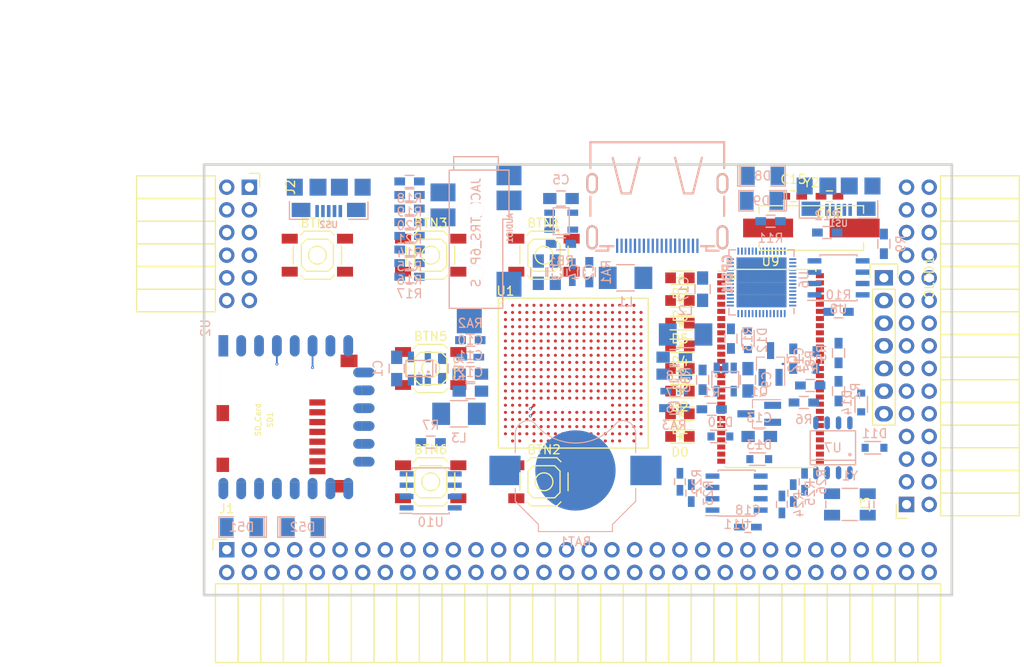
<source format=kicad_pcb>
(kicad_pcb (version 4) (host pcbnew 4.0.5+dfsg1-4)
  (layers (0 F.Cu signal) (1 In1.Cu signal) (2 In2.Cu signal) (31 B.Cu signal) (34 B.Paste user) (35 F.Paste user) (36 B.SilkS user) (37 F.SilkS user) (38 B.Mask user) (39 F.Mask user) (44 Edge.Cuts user))
  (net 0 "")
  (net 1 GND)
  (net 2 +5V)
  (net 3 /gpio/IN5V)
  (net 4 /gpio/OUT5V)
  (net 5 /gpio/P5)
  (net 6 /gpio/P6)
  (net 7 /gpio/P7)
  (net 8 /gpio/P8)
  (net 9 /gpio/P11)
  (net 10 /gpio/P12)
  (net 11 /gpio/P13)
  (net 12 /gpio/P14)
  (net 13 /gpio/P17)
  (net 14 /gpio/P18)
  (net 15 /gpio/P19)
  (net 16 /gpio/P20)
  (net 17 /gpio/P21)
  (net 18 /gpio/P22)
  (net 19 /gpio/P23)
  (net 20 /gpio/P24)
  (net 21 /gpio/P25)
  (net 22 /gpio/P26)
  (net 23 /gpio/P27)
  (net 24 /gpio/P28)
  (net 25 /gpio/P29)
  (net 26 /gpio/P30)
  (net 27 /gpio/P9)
  (net 28 /gpio/P10)
  (net 29 /gpio/P15)
  (net 30 /gpio/P16)
  (net 31 /gpio/P31)
  (net 32 /gpio/P32)
  (net 33 /gpio/P33)
  (net 34 /gpio/P34)
  (net 35 /gpio/P35)
  (net 36 /gpio/P36)
  (net 37 /gpio/P37)
  (net 38 /gpio/P38)
  (net 39 /gpio/P39)
  (net 40 /gpio/P40)
  (net 41 /gpio/P41)
  (net 42 /gpio/P42)
  (net 43 /gpio/P43)
  (net 44 /gpio/P44)
  (net 45 /gpio/P45)
  (net 46 /gpio/P46)
  (net 47 /gpio/P47)
  (net 48 /gpio/P48)
  (net 49 /gpio/P49)
  (net 50 /gpio/P50)
  (net 51 /gpio/P51)
  (net 52 /gpio/P52)
  (net 53 /gpio/P53)
  (net 54 /gpio/P54)
  (net 55 /gpio/P55)
  (net 56 /gpio/P56)
  (net 57 /gpio/P57)
  (net 58 /gpio/P58)
  (net 59 /gpio/P59)
  (net 60 /gpio/P60)
  (net 61 +3V3)
  (net 62 "Net-(L1-Pad1)")
  (net 63 "Net-(L2-Pad1)")
  (net 64 +1V2)
  (net 65 BTN_D)
  (net 66 BTN_F1)
  (net 67 BTN_F2)
  (net 68 BTN_L)
  (net 69 BTN_R)
  (net 70 BTN_U)
  (net 71 /power/FB1)
  (net 72 +2V5)
  (net 73 "Net-(L3-Pad1)")
  (net 74 /power/PWREN)
  (net 75 /power/FB3)
  (net 76 /power/FB2)
  (net 77 /usb/USB5V)
  (net 78 "Net-(D9-Pad1)")
  (net 79 /power/VBAT)
  (net 80 SD_3)
  (net 81 SD_MTMS)
  (net 82 SD_MTCK)
  (net 83 SD_MTDO)
  (net 84 SD_MTDI)
  (net 85 JTAG_TDI)
  (net 86 JTAG_TCK)
  (net 87 JTAG_TMS)
  (net 88 JTAG_TDO)
  (net 89 /power/WAKEUPn)
  (net 90 /power/WKUP)
  (net 91 /power/SHUT)
  (net 92 /power/WAKE)
  (net 93 /power/HOLD)
  (net 94 /power/WKn)
  (net 95 /power/OSCI_32k)
  (net 96 /power/OSCO_32k)
  (net 97 /usb/OSCI_12M)
  (net 98 +1V8)
  (net 99 FTDI_nSUSPEND)
  (net 100 USB_FTDI_DM)
  (net 101 USB_FTDI_DP)
  (net 102 /usb/OSCO_12M)
  (net 103 "Net-(Q2-Pad3)")
  (net 104 /usb/EECLK)
  (net 105 /usb/EECS)
  (net 106 "Net-(R11-Pad2)")
  (net 107 /usb/EEDATA)
  (net 108 SHUTDOWN)
  (net 109 /analog/AUDIO_L)
  (net 110 /analog/AUDIO_R)
  (net 111 GPDI_5V_SCL)
  (net 112 GPDI_5V_SDA)
  (net 113 GPDI_SDA)
  (net 114 GPDI_SCL)
  (net 115 /gpdi/VREF2)
  (net 116 /blinkey/BTNPU)
  (net 117 /gpio/PMODA1)
  (net 118 /gpio/PMODA2)
  (net 119 /gpio/PMODA3)
  (net 120 /gpio/PMODA4)
  (net 121 /gpio/PMODA5)
  (net 122 /gpio/PMODA6)
  (net 123 /gpio/PMODA7)
  (net 124 /gpio/PMODA8)
  (net 125 /gpio/PMODB1)
  (net 126 /gpio/PMODB2)
  (net 127 /gpio/PMODB3)
  (net 128 /gpio/PMODB4)
  (net 129 /gpio/PMODB5)
  (net 130 /gpio/PMODB6)
  (net 131 /gpio/PMODB7)
  (net 132 /gpio/PMODB8)
  (net 133 /gpio/MP1)
  (net 134 /gpio/MP2)
  (net 135 /gpio/MP3)
  (net 136 /gpio/MP4)
  (net 137 /gpio/MP5)
  (net 138 /gpio/MP6)
  (net 139 /gpio/PMODC1)
  (net 140 /gpio/PMODC2)
  (net 141 /gpio/PMODC3)
  (net 142 /gpio/PMODC4)
  (net 143 /gpio/PMODC5)
  (net 144 /gpio/PMODC6)
  (net 145 /gpio/PMODC7)
  (net 146 /gpio/PMODC8)
  (module Keystone_3000_1x12mm-CoinCell:Keystone_3000_1x12mm-CoinCell (layer B.Cu) (at 135.73 95.71)
    (fp_text reference BAT1 (at 0 8) (layer B.SilkS) (effects (justify mirror)))
    (fp_text value CR1225)
    (pad 1 smd rect (at -7.9 0) (size 3.5 3.3) (layers B.Cu B.Paste B.Mask) (net 79 /power/VBAT))
    (pad 1 smd rect (at 7.9 0) (size 3.5 3.3) (layers B.Cu B.Paste B.Mask) (net 79 /power/VBAT))
    (pad 2 smd circle (at 0 0) (size 9 9) (layers B.Cu B.Mask) (net 1 GND))
  )
  (module SMD_Packages:SMD-1206_Pol (layer B.Cu) (at 105.149 102.06)
    (fp_text reference D52 (at 0 0) (layer B.SilkS) (effects (justify mirror)))
    (fp_text value 2A)
    (pad 1 smd rect (at -1.651 0) (size 1.524 2.032) (layers B.Cu B.Paste B.Mask) (net 4 /gpio/OUT5V))
    (pad 2 smd rect (at 1.651 0) (size 1.524 2.032) (layers B.Cu B.Paste B.Mask))
  )
  (module SMD_Packages:SMD-1206_Pol (layer B.Cu) (at 98.291 102.06 180)
    (fp_text reference D51 (at 0 0 180) (layer B.SilkS) (effects (justify mirror)))
    (fp_text value 2A)
    (pad 1 smd rect (at -1.651 0 180) (size 1.524 2.032) (layers B.Cu B.Paste B.Mask) (net 2 +5V))
    (pad 2 smd rect (at 1.651 0 180) (size 1.524 2.032) (layers B.Cu B.Paste B.Mask) (net 3 /gpio/IN5V))
  )
  (module micro-sd:MicroSD_TF02D (layer F.Cu) (at 95.8 90.03 90)
    (fp_text reference SD1 (at 0 5.7 90) (layer F.SilkS) (effects (font (size 0.59944 0.59944) (thickness 0.12446))))
    (fp_text value SD_Card (at 0 4.35 90) (layer F.SilkS) (effects (font (size 0.59944 0.59944) (thickness 0.12446))))
    (pad 1 smd rect (at 1.94 11 90) (size 0.7 1.8) (layers F.Cu F.Paste F.Mask) (net 80 SD_3))
    (pad 2 smd rect (at 0.84 11 90) (size 0.7 1.8) (layers F.Cu F.Paste F.Mask) (net 81 SD_MTMS))
    (pad 3 smd rect (at -0.26 11 90) (size 0.7 1.8) (layers F.Cu F.Paste F.Mask) (net 1 GND))
    (pad 4 smd rect (at -1.36 11 90) (size 0.7 1.8) (layers F.Cu F.Paste F.Mask) (net 61 +3V3))
    (pad 5 smd rect (at -2.46 11 90) (size 0.7 1.8) (layers F.Cu F.Paste F.Mask) (net 82 SD_MTCK))
    (pad 6 smd rect (at -3.56 11 90) (size 0.7 1.8) (layers F.Cu F.Paste F.Mask) (net 1 GND))
    (pad 7 smd rect (at -4.66 11 90) (size 0.7 1.8) (layers F.Cu F.Paste F.Mask) (net 83 SD_MTDO))
    (pad 8 smd rect (at -5.76 11 90) (size 0.7 1.8) (layers F.Cu F.Paste F.Mask) (net 84 SD_MTDI))
    (pad S smd rect (at -5.05 0.4 90) (size 1.6 1.4) (layers F.Cu F.Paste F.Mask))
    (pad S smd rect (at 0.75 0.4 90) (size 1.8 1.4) (layers F.Cu F.Paste F.Mask))
    (pad G smd rect (at -7.45 13.55 90) (size 1.4 1.9) (layers F.Cu F.Paste F.Mask))
    (pad G smd rect (at 6.6 14.55 90) (size 1.4 1.9) (layers F.Cu F.Paste F.Mask))
  )
  (module Socket_Strips:Socket_Strip_Angled_2x32 (layer F.Cu) (at 96.64 104.6)
    (fp_text reference J1 (at 0 -4.6) (layer F.SilkS))
    (fp_text value CONN_02X32)
    (pad 1 thru_hole rect (at 0 0) (size 1.7272 1.7272) (drill 1.016) (layers *.Cu *.Mask) (net 3 /gpio/IN5V))
    (pad 2 thru_hole oval (at 0 2.54) (size 1.7272 1.7272) (drill 1.016) (layers *.Cu *.Mask) (net 4 /gpio/OUT5V))
    (pad 3 thru_hole oval (at 2.54 0) (size 1.7272 1.7272) (drill 1.016) (layers *.Cu *.Mask) (net 1 GND))
    (pad 4 thru_hole oval (at 2.54 2.54) (size 1.7272 1.7272) (drill 1.016) (layers *.Cu *.Mask) (net 1 GND))
    (pad 5 thru_hole oval (at 5.08 0) (size 1.7272 1.7272) (drill 1.016) (layers *.Cu *.Mask) (net 5 /gpio/P5))
    (pad 6 thru_hole oval (at 5.08 2.54) (size 1.7272 1.7272) (drill 1.016) (layers *.Cu *.Mask) (net 6 /gpio/P6))
    (pad 7 thru_hole oval (at 7.62 0) (size 1.7272 1.7272) (drill 1.016) (layers *.Cu *.Mask) (net 7 /gpio/P7))
    (pad 8 thru_hole oval (at 7.62 2.54) (size 1.7272 1.7272) (drill 1.016) (layers *.Cu *.Mask) (net 8 /gpio/P8))
    (pad 9 thru_hole oval (at 10.16 0) (size 1.7272 1.7272) (drill 1.016) (layers *.Cu *.Mask) (net 27 /gpio/P9))
    (pad 10 thru_hole oval (at 10.16 2.54) (size 1.7272 1.7272) (drill 1.016) (layers *.Cu *.Mask) (net 28 /gpio/P10))
    (pad 11 thru_hole oval (at 12.7 0) (size 1.7272 1.7272) (drill 1.016) (layers *.Cu *.Mask) (net 9 /gpio/P11))
    (pad 12 thru_hole oval (at 12.7 2.54) (size 1.7272 1.7272) (drill 1.016) (layers *.Cu *.Mask) (net 10 /gpio/P12))
    (pad 13 thru_hole oval (at 15.24 0) (size 1.7272 1.7272) (drill 1.016) (layers *.Cu *.Mask) (net 11 /gpio/P13))
    (pad 14 thru_hole oval (at 15.24 2.54) (size 1.7272 1.7272) (drill 1.016) (layers *.Cu *.Mask) (net 12 /gpio/P14))
    (pad 15 thru_hole oval (at 17.78 0) (size 1.7272 1.7272) (drill 1.016) (layers *.Cu *.Mask) (net 29 /gpio/P15))
    (pad 16 thru_hole oval (at 17.78 2.54) (size 1.7272 1.7272) (drill 1.016) (layers *.Cu *.Mask) (net 30 /gpio/P16))
    (pad 17 thru_hole oval (at 20.32 0) (size 1.7272 1.7272) (drill 1.016) (layers *.Cu *.Mask) (net 13 /gpio/P17))
    (pad 18 thru_hole oval (at 20.32 2.54) (size 1.7272 1.7272) (drill 1.016) (layers *.Cu *.Mask) (net 14 /gpio/P18))
    (pad 19 thru_hole oval (at 22.86 0) (size 1.7272 1.7272) (drill 1.016) (layers *.Cu *.Mask) (net 15 /gpio/P19))
    (pad 20 thru_hole oval (at 22.86 2.54) (size 1.7272 1.7272) (drill 1.016) (layers *.Cu *.Mask) (net 16 /gpio/P20))
    (pad 21 thru_hole oval (at 25.4 0) (size 1.7272 1.7272) (drill 1.016) (layers *.Cu *.Mask) (net 17 /gpio/P21))
    (pad 22 thru_hole oval (at 25.4 2.54) (size 1.7272 1.7272) (drill 1.016) (layers *.Cu *.Mask) (net 18 /gpio/P22))
    (pad 23 thru_hole oval (at 27.94 0) (size 1.7272 1.7272) (drill 1.016) (layers *.Cu *.Mask) (net 19 /gpio/P23))
    (pad 24 thru_hole oval (at 27.94 2.54) (size 1.7272 1.7272) (drill 1.016) (layers *.Cu *.Mask) (net 20 /gpio/P24))
    (pad 25 thru_hole oval (at 30.48 0) (size 1.7272 1.7272) (drill 1.016) (layers *.Cu *.Mask) (net 21 /gpio/P25))
    (pad 26 thru_hole oval (at 30.48 2.54) (size 1.7272 1.7272) (drill 1.016) (layers *.Cu *.Mask) (net 22 /gpio/P26))
    (pad 27 thru_hole oval (at 33.02 0) (size 1.7272 1.7272) (drill 1.016) (layers *.Cu *.Mask) (net 23 /gpio/P27))
    (pad 28 thru_hole oval (at 33.02 2.54) (size 1.7272 1.7272) (drill 1.016) (layers *.Cu *.Mask) (net 24 /gpio/P28))
    (pad 29 thru_hole oval (at 35.56 0) (size 1.7272 1.7272) (drill 1.016) (layers *.Cu *.Mask) (net 25 /gpio/P29))
    (pad 30 thru_hole oval (at 35.56 2.54) (size 1.7272 1.7272) (drill 1.016) (layers *.Cu *.Mask) (net 26 /gpio/P30))
    (pad 31 thru_hole oval (at 38.1 0) (size 1.7272 1.7272) (drill 1.016) (layers *.Cu *.Mask) (net 31 /gpio/P31))
    (pad 32 thru_hole oval (at 38.1 2.54) (size 1.7272 1.7272) (drill 1.016) (layers *.Cu *.Mask) (net 32 /gpio/P32))
    (pad 33 thru_hole oval (at 40.64 0) (size 1.7272 1.7272) (drill 1.016) (layers *.Cu *.Mask) (net 33 /gpio/P33))
    (pad 34 thru_hole oval (at 40.64 2.54) (size 1.7272 1.7272) (drill 1.016) (layers *.Cu *.Mask) (net 34 /gpio/P34))
    (pad 35 thru_hole oval (at 43.18 0) (size 1.7272 1.7272) (drill 1.016) (layers *.Cu *.Mask) (net 35 /gpio/P35))
    (pad 36 thru_hole oval (at 43.18 2.54) (size 1.7272 1.7272) (drill 1.016) (layers *.Cu *.Mask) (net 36 /gpio/P36))
    (pad 37 thru_hole oval (at 45.72 0) (size 1.7272 1.7272) (drill 1.016) (layers *.Cu *.Mask) (net 37 /gpio/P37))
    (pad 38 thru_hole oval (at 45.72 2.54) (size 1.7272 1.7272) (drill 1.016) (layers *.Cu *.Mask) (net 38 /gpio/P38))
    (pad 39 thru_hole oval (at 48.26 0) (size 1.7272 1.7272) (drill 1.016) (layers *.Cu *.Mask) (net 39 /gpio/P39))
    (pad 40 thru_hole oval (at 48.26 2.54) (size 1.7272 1.7272) (drill 1.016) (layers *.Cu *.Mask) (net 40 /gpio/P40))
    (pad 41 thru_hole oval (at 50.8 0) (size 1.7272 1.7272) (drill 1.016) (layers *.Cu *.Mask) (net 41 /gpio/P41))
    (pad 42 thru_hole oval (at 50.8 2.54) (size 1.7272 1.7272) (drill 1.016) (layers *.Cu *.Mask) (net 42 /gpio/P42))
    (pad 43 thru_hole oval (at 53.34 0) (size 1.7272 1.7272) (drill 1.016) (layers *.Cu *.Mask) (net 43 /gpio/P43))
    (pad 44 thru_hole oval (at 53.34 2.54) (size 1.7272 1.7272) (drill 1.016) (layers *.Cu *.Mask) (net 44 /gpio/P44))
    (pad 45 thru_hole oval (at 55.88 0) (size 1.7272 1.7272) (drill 1.016) (layers *.Cu *.Mask) (net 45 /gpio/P45))
    (pad 46 thru_hole oval (at 55.88 2.54) (size 1.7272 1.7272) (drill 1.016) (layers *.Cu *.Mask) (net 46 /gpio/P46))
    (pad 47 thru_hole oval (at 58.42 0) (size 1.7272 1.7272) (drill 1.016) (layers *.Cu *.Mask) (net 47 /gpio/P47))
    (pad 48 thru_hole oval (at 58.42 2.54) (size 1.7272 1.7272) (drill 1.016) (layers *.Cu *.Mask) (net 48 /gpio/P48))
    (pad 49 thru_hole oval (at 60.96 0) (size 1.7272 1.7272) (drill 1.016) (layers *.Cu *.Mask) (net 49 /gpio/P49))
    (pad 50 thru_hole oval (at 60.96 2.54) (size 1.7272 1.7272) (drill 1.016) (layers *.Cu *.Mask) (net 50 /gpio/P50))
    (pad 51 thru_hole oval (at 63.5 0) (size 1.7272 1.7272) (drill 1.016) (layers *.Cu *.Mask) (net 51 /gpio/P51))
    (pad 52 thru_hole oval (at 63.5 2.54) (size 1.7272 1.7272) (drill 1.016) (layers *.Cu *.Mask) (net 52 /gpio/P52))
    (pad 53 thru_hole oval (at 66.04 0) (size 1.7272 1.7272) (drill 1.016) (layers *.Cu *.Mask) (net 53 /gpio/P53))
    (pad 54 thru_hole oval (at 66.04 2.54) (size 1.7272 1.7272) (drill 1.016) (layers *.Cu *.Mask) (net 54 /gpio/P54))
    (pad 55 thru_hole oval (at 68.58 0) (size 1.7272 1.7272) (drill 1.016) (layers *.Cu *.Mask) (net 55 /gpio/P55))
    (pad 56 thru_hole oval (at 68.58 2.54) (size 1.7272 1.7272) (drill 1.016) (layers *.Cu *.Mask) (net 56 /gpio/P56))
    (pad 57 thru_hole oval (at 71.12 0) (size 1.7272 1.7272) (drill 1.016) (layers *.Cu *.Mask) (net 57 /gpio/P57))
    (pad 58 thru_hole oval (at 71.12 2.54) (size 1.7272 1.7272) (drill 1.016) (layers *.Cu *.Mask) (net 58 /gpio/P58))
    (pad 59 thru_hole oval (at 73.66 0) (size 1.7272 1.7272) (drill 1.016) (layers *.Cu *.Mask) (net 59 /gpio/P59))
    (pad 60 thru_hole oval (at 73.66 2.54) (size 1.7272 1.7272) (drill 1.016) (layers *.Cu *.Mask) (net 60 /gpio/P60))
    (pad 61 thru_hole oval (at 76.2 0) (size 1.7272 1.7272) (drill 1.016) (layers *.Cu *.Mask) (net 1 GND))
    (pad 62 thru_hole oval (at 76.2 2.54) (size 1.7272 1.7272) (drill 1.016) (layers *.Cu *.Mask) (net 1 GND))
    (pad 63 thru_hole oval (at 78.74 0) (size 1.7272 1.7272) (drill 1.016) (layers *.Cu *.Mask) (net 61 +3V3))
    (pad 64 thru_hole oval (at 78.74 2.54) (size 1.7272 1.7272) (drill 1.016) (layers *.Cu *.Mask) (net 61 +3V3))
  )
  (module Socket_Strips:Socket_Strip_Angled_2x15 (layer F.Cu) (at 172.84 99.52 90)
    (fp_text reference J3 (at 0 -4.6 90) (layer F.SilkS))
    (fp_text value CONN_02X15)
    (pad 1 thru_hole rect (at 0 0 90) (size 1.7272 1.7272) (drill 1.016) (layers *.Cu *.Mask) (net 61 +3V3))
    (pad 2 thru_hole oval (at 0 2.54 90) (size 1.7272 1.7272) (drill 1.016) (layers *.Cu *.Mask) (net 61 +3V3))
    (pad 3 thru_hole oval (at 2.54 0 90) (size 1.7272 1.7272) (drill 1.016) (layers *.Cu *.Mask) (net 1 GND))
    (pad 4 thru_hole oval (at 2.54 2.54 90) (size 1.7272 1.7272) (drill 1.016) (layers *.Cu *.Mask) (net 1 GND))
    (pad 5 thru_hole oval (at 5.08 0 90) (size 1.7272 1.7272) (drill 1.016) (layers *.Cu *.Mask) (net 125 /gpio/PMODB1))
    (pad 6 thru_hole oval (at 5.08 2.54 90) (size 1.7272 1.7272) (drill 1.016) (layers *.Cu *.Mask) (net 126 /gpio/PMODB2))
    (pad 7 thru_hole oval (at 7.62 0 90) (size 1.7272 1.7272) (drill 1.016) (layers *.Cu *.Mask) (net 127 /gpio/PMODB3))
    (pad 8 thru_hole oval (at 7.62 2.54 90) (size 1.7272 1.7272) (drill 1.016) (layers *.Cu *.Mask) (net 128 /gpio/PMODB4))
    (pad 9 thru_hole oval (at 10.16 0 90) (size 1.7272 1.7272) (drill 1.016) (layers *.Cu *.Mask) (net 129 /gpio/PMODB5))
    (pad 10 thru_hole oval (at 10.16 2.54 90) (size 1.7272 1.7272) (drill 1.016) (layers *.Cu *.Mask) (net 130 /gpio/PMODB6))
    (pad 11 thru_hole oval (at 12.7 0 90) (size 1.7272 1.7272) (drill 1.016) (layers *.Cu *.Mask) (net 131 /gpio/PMODB7))
    (pad 12 thru_hole oval (at 12.7 2.54 90) (size 1.7272 1.7272) (drill 1.016) (layers *.Cu *.Mask) (net 132 /gpio/PMODB8))
    (pad 13 thru_hole oval (at 15.24 0 90) (size 1.7272 1.7272) (drill 1.016) (layers *.Cu *.Mask) (net 133 /gpio/MP1))
    (pad 14 thru_hole oval (at 15.24 2.54 90) (size 1.7272 1.7272) (drill 1.016) (layers *.Cu *.Mask) (net 134 /gpio/MP2))
    (pad 15 thru_hole oval (at 17.78 0 90) (size 1.7272 1.7272) (drill 1.016) (layers *.Cu *.Mask) (net 135 /gpio/MP3))
    (pad 16 thru_hole oval (at 17.78 2.54 90) (size 1.7272 1.7272) (drill 1.016) (layers *.Cu *.Mask) (net 136 /gpio/MP4))
    (pad 17 thru_hole oval (at 20.32 0 90) (size 1.7272 1.7272) (drill 1.016) (layers *.Cu *.Mask) (net 137 /gpio/MP5))
    (pad 18 thru_hole oval (at 20.32 2.54 90) (size 1.7272 1.7272) (drill 1.016) (layers *.Cu *.Mask) (net 138 /gpio/MP6))
    (pad 19 thru_hole oval (at 22.86 0 90) (size 1.7272 1.7272) (drill 1.016) (layers *.Cu *.Mask) (net 61 +3V3))
    (pad 20 thru_hole oval (at 22.86 2.54 90) (size 1.7272 1.7272) (drill 1.016) (layers *.Cu *.Mask) (net 61 +3V3))
    (pad 21 thru_hole oval (at 25.4 0 90) (size 1.7272 1.7272) (drill 1.016) (layers *.Cu *.Mask) (net 1 GND))
    (pad 22 thru_hole oval (at 25.4 2.54 90) (size 1.7272 1.7272) (drill 1.016) (layers *.Cu *.Mask) (net 1 GND))
    (pad 23 thru_hole oval (at 27.94 0 90) (size 1.7272 1.7272) (drill 1.016) (layers *.Cu *.Mask) (net 139 /gpio/PMODC1))
    (pad 24 thru_hole oval (at 27.94 2.54 90) (size 1.7272 1.7272) (drill 1.016) (layers *.Cu *.Mask) (net 140 /gpio/PMODC2))
    (pad 25 thru_hole oval (at 30.48 0 90) (size 1.7272 1.7272) (drill 1.016) (layers *.Cu *.Mask) (net 141 /gpio/PMODC3))
    (pad 26 thru_hole oval (at 30.48 2.54 90) (size 1.7272 1.7272) (drill 1.016) (layers *.Cu *.Mask) (net 142 /gpio/PMODC4))
    (pad 27 thru_hole oval (at 33.02 0 90) (size 1.7272 1.7272) (drill 1.016) (layers *.Cu *.Mask) (net 143 /gpio/PMODC5))
    (pad 28 thru_hole oval (at 33.02 2.54 90) (size 1.7272 1.7272) (drill 1.016) (layers *.Cu *.Mask) (net 144 /gpio/PMODC6))
    (pad 29 thru_hole oval (at 35.56 0 90) (size 1.7272 1.7272) (drill 1.016) (layers *.Cu *.Mask) (net 145 /gpio/PMODC7))
    (pad 30 thru_hole oval (at 35.56 2.54 90) (size 1.7272 1.7272) (drill 1.016) (layers *.Cu *.Mask) (net 146 /gpio/PMODC8))
  )
  (module Socket_Strips:Socket_Strip_Angled_2x06 (layer F.Cu) (at 99.18 63.96 270)
    (fp_text reference J2 (at 0 -4.6 270) (layer F.SilkS))
    (fp_text value CONN_02X06)
    (pad 1 thru_hole rect (at 0 0 270) (size 1.7272 1.7272) (drill 1.016) (layers *.Cu *.Mask) (net 61 +3V3))
    (pad 2 thru_hole oval (at 0 2.54 270) (size 1.7272 1.7272) (drill 1.016) (layers *.Cu *.Mask) (net 61 +3V3))
    (pad 3 thru_hole oval (at 2.54 0 270) (size 1.7272 1.7272) (drill 1.016) (layers *.Cu *.Mask) (net 1 GND))
    (pad 4 thru_hole oval (at 2.54 2.54 270) (size 1.7272 1.7272) (drill 1.016) (layers *.Cu *.Mask) (net 1 GND))
    (pad 5 thru_hole oval (at 5.08 0 270) (size 1.7272 1.7272) (drill 1.016) (layers *.Cu *.Mask) (net 117 /gpio/PMODA1))
    (pad 6 thru_hole oval (at 5.08 2.54 270) (size 1.7272 1.7272) (drill 1.016) (layers *.Cu *.Mask) (net 118 /gpio/PMODA2))
    (pad 7 thru_hole oval (at 7.62 0 270) (size 1.7272 1.7272) (drill 1.016) (layers *.Cu *.Mask) (net 119 /gpio/PMODA3))
    (pad 8 thru_hole oval (at 7.62 2.54 270) (size 1.7272 1.7272) (drill 1.016) (layers *.Cu *.Mask) (net 120 /gpio/PMODA4))
    (pad 9 thru_hole oval (at 10.16 0 270) (size 1.7272 1.7272) (drill 1.016) (layers *.Cu *.Mask) (net 121 /gpio/PMODA5))
    (pad 10 thru_hole oval (at 10.16 2.54 270) (size 1.7272 1.7272) (drill 1.016) (layers *.Cu *.Mask) (net 122 /gpio/PMODA6))
    (pad 11 thru_hole oval (at 12.7 0 270) (size 1.7272 1.7272) (drill 1.016) (layers *.Cu *.Mask) (net 123 /gpio/PMODA7))
    (pad 12 thru_hole oval (at 12.7 2.54 270) (size 1.7272 1.7272) (drill 1.016) (layers *.Cu *.Mask) (net 124 /gpio/PMODA8))
  )
  (module Resistors_SMD:R_1210_HandSoldering (layer B.Cu) (at 141.344 74.12)
    (fp_text reference L1 (at 0 2.7) (layer B.SilkS) (effects (justify mirror)))
    (fp_text value 2.2uH)
    (pad 1 smd rect (at -2 0) (size 2 2.5) (layers B.Cu B.Paste B.Mask) (net 62 "Net-(L1-Pad1)"))
    (pad 2 smd rect (at 2 0) (size 2 2.5) (layers B.Cu B.Paste B.Mask) (net 64 +1V2))
  )
  (module TSOT-25:TSOT-25 (layer B.Cu) (at 134.135 67.77 90)
    (fp_text reference U3 (at 0 -0.5 90) (layer B.SilkS) (effects (font (size 0.15 0.15) (thickness 0.0375)) (justify mirror)))
    (fp_text value AP3429A)
    (pad 1 smd rect (at -0.95 -1.3 90) (size 0.7 1.2) (layers B.Cu B.Paste B.Mask) (net 74 /power/PWREN))
    (pad 2 smd rect (at 0 -1.3 90) (size 0.7 1.2) (layers B.Cu B.Paste B.Mask) (net 1 GND))
    (pad 3 smd rect (at 0.95 -1.3 90) (size 0.7 1.2) (layers B.Cu B.Paste B.Mask) (net 62 "Net-(L1-Pad1)"))
    (pad 4 smd rect (at 0.95 1.3 90) (size 0.7 1.2) (layers B.Cu B.Paste B.Mask) (net 2 +5V))
    (pad 5 smd rect (at -0.95 1.3 90) (size 0.7 1.2) (layers B.Cu B.Paste B.Mask) (net 71 /power/FB1))
  )
  (module Resistors_SMD:R_1210_HandSoldering (layer B.Cu) (at 148.075 80.47 180)
    (fp_text reference L2 (at 0 2.7 180) (layer B.SilkS) (effects (justify mirror)))
    (fp_text value 2.2uH)
    (pad 1 smd rect (at -2 0 180) (size 2 2.5) (layers B.Cu B.Paste B.Mask) (net 63 "Net-(L2-Pad1)"))
    (pad 2 smd rect (at 2 0 180) (size 2 2.5) (layers B.Cu B.Paste B.Mask) (net 61 +3V3))
  )
  (module TSOT-25:TSOT-25 (layer B.Cu) (at 152.52 85.52)
    (fp_text reference U4 (at 0 -0.5) (layer B.SilkS) (effects (font (size 0.15 0.15) (thickness 0.0375)) (justify mirror)))
    (fp_text value AP3429A)
    (pad 1 smd rect (at -0.95 -1.3) (size 0.7 1.2) (layers B.Cu B.Paste B.Mask) (net 74 /power/PWREN))
    (pad 2 smd rect (at 0 -1.3) (size 0.7 1.2) (layers B.Cu B.Paste B.Mask) (net 1 GND))
    (pad 3 smd rect (at 0.95 -1.3) (size 0.7 1.2) (layers B.Cu B.Paste B.Mask) (net 63 "Net-(L2-Pad1)"))
    (pad 4 smd rect (at 0.95 1.3) (size 0.7 1.2) (layers B.Cu B.Paste B.Mask) (net 2 +5V))
    (pad 5 smd rect (at -0.95 1.3) (size 0.7 1.2) (layers B.Cu B.Paste B.Mask) (net 75 /power/FB3))
  )
  (module Buttons_Switches_SMD:SW_SPST_SKQG (layer F.Cu) (at 132.2 71.58)
    (fp_text reference BTN1 (at 0 -3.6) (layer F.SilkS))
    (fp_text value FIRE1)
    (pad 1 smd rect (at -3.1 -1.85) (size 1.8 1.1) (layers F.Cu F.Paste F.Mask) (net 116 /blinkey/BTNPU))
    (pad 1 smd rect (at 3.1 -1.85) (size 1.8 1.1) (layers F.Cu F.Paste F.Mask) (net 116 /blinkey/BTNPU))
    (pad 2 smd rect (at -3.1 1.85) (size 1.8 1.1) (layers F.Cu F.Paste F.Mask) (net 66 BTN_F1))
    (pad 2 smd rect (at 3.1 1.85) (size 1.8 1.1) (layers F.Cu F.Paste F.Mask) (net 66 BTN_F1))
  )
  (module Buttons_Switches_SMD:SW_SPST_SKQG (layer F.Cu) (at 132.2 96.98)
    (fp_text reference BTN2 (at 0 -3.6) (layer F.SilkS))
    (fp_text value FIRE2)
    (pad 1 smd rect (at -3.1 -1.85) (size 1.8 1.1) (layers F.Cu F.Paste F.Mask) (net 116 /blinkey/BTNPU))
    (pad 1 smd rect (at 3.1 -1.85) (size 1.8 1.1) (layers F.Cu F.Paste F.Mask) (net 116 /blinkey/BTNPU))
    (pad 2 smd rect (at -3.1 1.85) (size 1.8 1.1) (layers F.Cu F.Paste F.Mask) (net 67 BTN_F2))
    (pad 2 smd rect (at 3.1 1.85) (size 1.8 1.1) (layers F.Cu F.Paste F.Mask) (net 67 BTN_F2))
  )
  (module Buttons_Switches_SMD:SW_SPST_SKQG (layer F.Cu) (at 119.5 71.58)
    (fp_text reference BTN3 (at 0 -3.6) (layer F.SilkS))
    (fp_text value UP)
    (pad 1 smd rect (at -3.1 -1.85) (size 1.8 1.1) (layers F.Cu F.Paste F.Mask) (net 116 /blinkey/BTNPU))
    (pad 1 smd rect (at 3.1 -1.85) (size 1.8 1.1) (layers F.Cu F.Paste F.Mask) (net 116 /blinkey/BTNPU))
    (pad 2 smd rect (at -3.1 1.85) (size 1.8 1.1) (layers F.Cu F.Paste F.Mask) (net 70 BTN_U))
    (pad 2 smd rect (at 3.1 1.85) (size 1.8 1.1) (layers F.Cu F.Paste F.Mask) (net 70 BTN_U))
  )
  (module Buttons_Switches_SMD:SW_SPST_SKQG (layer F.Cu) (at 106.8 71.58)
    (fp_text reference BTN4 (at 0 -3.6) (layer F.SilkS))
    (fp_text value DOWN)
    (pad 1 smd rect (at -3.1 -1.85) (size 1.8 1.1) (layers F.Cu F.Paste F.Mask) (net 116 /blinkey/BTNPU))
    (pad 1 smd rect (at 3.1 -1.85) (size 1.8 1.1) (layers F.Cu F.Paste F.Mask) (net 116 /blinkey/BTNPU))
    (pad 2 smd rect (at -3.1 1.85) (size 1.8 1.1) (layers F.Cu F.Paste F.Mask) (net 65 BTN_D))
    (pad 2 smd rect (at 3.1 1.85) (size 1.8 1.1) (layers F.Cu F.Paste F.Mask) (net 65 BTN_D))
  )
  (module Buttons_Switches_SMD:SW_SPST_SKQG (layer F.Cu) (at 119.5 84.28)
    (fp_text reference BTN5 (at 0 -3.6) (layer F.SilkS))
    (fp_text value LEFT)
    (pad 1 smd rect (at -3.1 -1.85) (size 1.8 1.1) (layers F.Cu F.Paste F.Mask) (net 116 /blinkey/BTNPU))
    (pad 1 smd rect (at 3.1 -1.85) (size 1.8 1.1) (layers F.Cu F.Paste F.Mask) (net 116 /blinkey/BTNPU))
    (pad 2 smd rect (at -3.1 1.85) (size 1.8 1.1) (layers F.Cu F.Paste F.Mask) (net 68 BTN_L))
    (pad 2 smd rect (at 3.1 1.85) (size 1.8 1.1) (layers F.Cu F.Paste F.Mask) (net 68 BTN_L))
  )
  (module Buttons_Switches_SMD:SW_SPST_SKQG (layer F.Cu) (at 119.5 96.98)
    (fp_text reference BTN6 (at 0 -3.6) (layer F.SilkS))
    (fp_text value RIGHT)
    (pad 1 smd rect (at -3.1 -1.85) (size 1.8 1.1) (layers F.Cu F.Paste F.Mask) (net 116 /blinkey/BTNPU))
    (pad 1 smd rect (at 3.1 -1.85) (size 1.8 1.1) (layers F.Cu F.Paste F.Mask) (net 116 /blinkey/BTNPU))
    (pad 2 smd rect (at -3.1 1.85) (size 1.8 1.1) (layers F.Cu F.Paste F.Mask) (net 69 BTN_R))
    (pad 2 smd rect (at 3.1 1.85) (size 1.8 1.1) (layers F.Cu F.Paste F.Mask) (net 69 BTN_R))
  )
  (module LEDs:LED_0805 (layer F.Cu) (at 147.44 91.9 180)
    (fp_text reference D0 (at 0 -1.75 180) (layer F.SilkS))
    (fp_text value LED)
    (pad 2 smd rect (at 1.04902 0) (size 1.19888 1.19888) (layers F.Cu F.Paste F.Mask))
    (pad 1 smd rect (at -1.04902 0) (size 1.19888 1.19888) (layers F.Cu F.Paste F.Mask) (net 1 GND))
  )
  (module LEDs:LED_0805 (layer F.Cu) (at 147.44 89.36 180)
    (fp_text reference D1 (at 0 -1.75 180) (layer F.SilkS))
    (fp_text value LED)
    (pad 2 smd rect (at 1.04902 0) (size 1.19888 1.19888) (layers F.Cu F.Paste F.Mask))
    (pad 1 smd rect (at -1.04902 0) (size 1.19888 1.19888) (layers F.Cu F.Paste F.Mask) (net 1 GND))
  )
  (module LEDs:LED_0805 (layer F.Cu) (at 147.44 86.82 180)
    (fp_text reference D2 (at 0 -1.75 180) (layer F.SilkS))
    (fp_text value LED)
    (pad 2 smd rect (at 1.04902 0) (size 1.19888 1.19888) (layers F.Cu F.Paste F.Mask))
    (pad 1 smd rect (at -1.04902 0) (size 1.19888 1.19888) (layers F.Cu F.Paste F.Mask) (net 1 GND))
  )
  (module LEDs:LED_0805 (layer F.Cu) (at 147.44 84.28 180)
    (fp_text reference D3 (at 0 -1.75 180) (layer F.SilkS))
    (fp_text value LED)
    (pad 2 smd rect (at 1.04902 0) (size 1.19888 1.19888) (layers F.Cu F.Paste F.Mask))
    (pad 1 smd rect (at -1.04902 0) (size 1.19888 1.19888) (layers F.Cu F.Paste F.Mask) (net 1 GND))
  )
  (module LEDs:LED_0805 (layer F.Cu) (at 147.44 81.74 180)
    (fp_text reference D4 (at 0 -1.75 180) (layer F.SilkS))
    (fp_text value LED)
    (pad 2 smd rect (at 1.04902 0) (size 1.19888 1.19888) (layers F.Cu F.Paste F.Mask))
    (pad 1 smd rect (at -1.04902 0) (size 1.19888 1.19888) (layers F.Cu F.Paste F.Mask) (net 1 GND))
  )
  (module LEDs:LED_0805 (layer F.Cu) (at 147.44 79.2 180)
    (fp_text reference D5 (at 0 -1.75 180) (layer F.SilkS))
    (fp_text value LED)
    (pad 2 smd rect (at 1.04902 0) (size 1.19888 1.19888) (layers F.Cu F.Paste F.Mask))
    (pad 1 smd rect (at -1.04902 0) (size 1.19888 1.19888) (layers F.Cu F.Paste F.Mask) (net 1 GND))
  )
  (module LEDs:LED_0805 (layer F.Cu) (at 147.44 76.66 180)
    (fp_text reference D6 (at 0 -1.75 180) (layer F.SilkS))
    (fp_text value LED)
    (pad 2 smd rect (at 1.04902 0) (size 1.19888 1.19888) (layers F.Cu F.Paste F.Mask))
    (pad 1 smd rect (at -1.04902 0) (size 1.19888 1.19888) (layers F.Cu F.Paste F.Mask) (net 1 GND))
  )
  (module LEDs:LED_0805 (layer F.Cu) (at 147.44 74.12 180)
    (fp_text reference D7 (at 0 -1.75 180) (layer F.SilkS))
    (fp_text value LED)
    (pad 2 smd rect (at 1.04902 0) (size 1.19888 1.19888) (layers F.Cu F.Paste F.Mask))
    (pad 1 smd rect (at -1.04902 0) (size 1.19888 1.19888) (layers F.Cu F.Paste F.Mask) (net 1 GND))
  )
  (module Socket_Strips:Socket_Strip_Straight_1x07 (layer F.Cu) (at 170.3 74.12 270)
    (fp_text reference OLED1 (at 0 -5.1 270) (layer F.SilkS))
    (fp_text value CONN_01X07)
    (pad 1 thru_hole rect (at 0 0 270) (size 1.7272 2.032) (drill 1.016) (layers *.Cu *.Mask) (net 1 GND))
    (pad 2 thru_hole oval (at 2.54 0 270) (size 1.7272 2.032) (drill 1.016) (layers *.Cu *.Mask) (net 61 +3V3))
    (pad 3 thru_hole oval (at 5.08 0 270) (size 1.7272 2.032) (drill 1.016) (layers *.Cu *.Mask))
    (pad 4 thru_hole oval (at 7.62 0 270) (size 1.7272 2.032) (drill 1.016) (layers *.Cu *.Mask))
    (pad 5 thru_hole oval (at 10.16 0 270) (size 1.7272 2.032) (drill 1.016) (layers *.Cu *.Mask))
    (pad 6 thru_hole oval (at 12.7 0 270) (size 1.7272 2.032) (drill 1.016) (layers *.Cu *.Mask))
    (pad 7 thru_hole oval (at 15.24 0 270) (size 1.7272 2.032) (drill 1.016) (layers *.Cu *.Mask))
  )
  (module Resistors_SMD:R_1210_HandSoldering (layer B.Cu) (at 122.675 89.36)
    (fp_text reference L3 (at 0 2.7) (layer B.SilkS) (effects (justify mirror)))
    (fp_text value 2.2uH)
    (pad 1 smd rect (at -2 0) (size 2 2.5) (layers B.Cu B.Paste B.Mask) (net 73 "Net-(L3-Pad1)"))
    (pad 2 smd rect (at 2 0) (size 2 2.5) (layers B.Cu B.Paste B.Mask) (net 72 +2V5))
  )
  (module TSOT-25:TSOT-25 (layer B.Cu) (at 118.23 84.28 180)
    (fp_text reference U5 (at 0 -0.5 180) (layer B.SilkS) (effects (font (size 0.15 0.15) (thickness 0.0375)) (justify mirror)))
    (fp_text value AP3429A)
    (pad 1 smd rect (at -0.95 -1.3 180) (size 0.7 1.2) (layers B.Cu B.Paste B.Mask) (net 74 /power/PWREN))
    (pad 2 smd rect (at 0 -1.3 180) (size 0.7 1.2) (layers B.Cu B.Paste B.Mask) (net 1 GND))
    (pad 3 smd rect (at 0.95 -1.3 180) (size 0.7 1.2) (layers B.Cu B.Paste B.Mask) (net 73 "Net-(L3-Pad1)"))
    (pad 4 smd rect (at 0.95 1.3 180) (size 0.7 1.2) (layers B.Cu B.Paste B.Mask) (net 2 +5V))
    (pad 5 smd rect (at -0.95 1.3 180) (size 0.7 1.2) (layers B.Cu B.Paste B.Mask) (net 76 /power/FB2))
  )
  (module Capacitors_SMD:C_0805_HandSoldering (layer B.Cu) (at 115.69 84.28 270)
    (fp_text reference C1 (at 0 2.1 270) (layer B.SilkS) (effects (justify mirror)))
    (fp_text value 22uF)
    (pad 1 smd rect (at -1.25 0 270) (size 1.5 1.25) (layers B.Cu B.Paste B.Mask) (net 2 +5V))
    (pad 2 smd rect (at 1.25 0 270) (size 1.5 1.25) (layers B.Cu B.Paste B.Mask) (net 1 GND))
  )
  (module Capacitors_SMD:C_0805_HandSoldering (layer B.Cu) (at 131.565 73.485 90)
    (fp_text reference C3 (at 0 2.1 90) (layer B.SilkS) (effects (justify mirror)))
    (fp_text value 22uF)
    (pad 1 smd rect (at -1.25 0 90) (size 1.5 1.25) (layers B.Cu B.Paste B.Mask) (net 64 +1V2))
    (pad 2 smd rect (at 1.25 0 90) (size 1.5 1.25) (layers B.Cu B.Paste B.Mask) (net 1 GND))
  )
  (module Capacitors_SMD:C_0805_HandSoldering (layer B.Cu) (at 133.47 73.485 90)
    (fp_text reference C4 (at 0 2.1 90) (layer B.SilkS) (effects (justify mirror)))
    (fp_text value 22uF)
    (pad 1 smd rect (at -1.25 0 90) (size 1.5 1.25) (layers B.Cu B.Paste B.Mask) (net 64 +1V2))
    (pad 2 smd rect (at 1.25 0 90) (size 1.5 1.25) (layers B.Cu B.Paste B.Mask) (net 1 GND))
  )
  (module Capacitors_SMD:C_0805_HandSoldering (layer B.Cu) (at 134.105 65.23 180)
    (fp_text reference C5 (at 0 2.1 180) (layer B.SilkS) (effects (justify mirror)))
    (fp_text value 22uF)
    (pad 1 smd rect (at -1.25 0 180) (size 1.5 1.25) (layers B.Cu B.Paste B.Mask) (net 2 +5V))
    (pad 2 smd rect (at 1.25 0 180) (size 1.5 1.25) (layers B.Cu B.Paste B.Mask) (net 1 GND))
  )
  (module Capacitors_SMD:C_0805_HandSoldering (layer B.Cu) (at 146.805 84.915)
    (fp_text reference C7 (at 0 2.1) (layer B.SilkS) (effects (justify mirror)))
    (fp_text value 22uF)
    (pad 1 smd rect (at -1.25 0) (size 1.5 1.25) (layers B.Cu B.Paste B.Mask) (net 61 +3V3))
    (pad 2 smd rect (at 1.25 0) (size 1.5 1.25) (layers B.Cu B.Paste B.Mask) (net 1 GND))
  )
  (module Capacitors_SMD:C_0805_HandSoldering (layer B.Cu) (at 146.805 83.01)
    (fp_text reference C8 (at 0 2.1) (layer B.SilkS) (effects (justify mirror)))
    (fp_text value 22uF)
    (pad 1 smd rect (at -1.25 0) (size 1.5 1.25) (layers B.Cu B.Paste B.Mask) (net 61 +3V3))
    (pad 2 smd rect (at 1.25 0) (size 1.5 1.25) (layers B.Cu B.Paste B.Mask) (net 1 GND))
  )
  (module Capacitors_SMD:C_0805_HandSoldering (layer B.Cu) (at 155.06 85.55 90)
    (fp_text reference C9 (at 0 2.1 90) (layer B.SilkS) (effects (justify mirror)))
    (fp_text value 22uF)
    (pad 1 smd rect (at -1.25 0 90) (size 1.5 1.25) (layers B.Cu B.Paste B.Mask) (net 2 +5V))
    (pad 2 smd rect (at 1.25 0 90) (size 1.5 1.25) (layers B.Cu B.Paste B.Mask) (net 1 GND))
  )
  (module Capacitors_SMD:C_0805_HandSoldering (layer B.Cu) (at 123.945 84.915 180)
    (fp_text reference C11 (at 0 2.1 180) (layer B.SilkS) (effects (justify mirror)))
    (fp_text value 22uF)
    (pad 1 smd rect (at -1.25 0 180) (size 1.5 1.25) (layers B.Cu B.Paste B.Mask) (net 72 +2V5))
    (pad 2 smd rect (at 1.25 0 180) (size 1.5 1.25) (layers B.Cu B.Paste B.Mask) (net 1 GND))
  )
  (module Capacitors_SMD:C_0805_HandSoldering (layer B.Cu) (at 123.945 86.82 180)
    (fp_text reference C12 (at 0 2.1 180) (layer B.SilkS) (effects (justify mirror)))
    (fp_text value 22uF)
    (pad 1 smd rect (at -1.25 0 180) (size 1.5 1.25) (layers B.Cu B.Paste B.Mask) (net 72 +2V5))
    (pad 2 smd rect (at 1.25 0 180) (size 1.5 1.25) (layers B.Cu B.Paste B.Mask) (net 1 GND))
  )
  (module SMD_Packages:SMD-1206_Pol (layer B.Cu) (at 156.711 62.69)
    (fp_text reference D8 (at 0 0) (layer B.SilkS) (effects (justify mirror)))
    (fp_text value 2A)
    (pad 1 smd rect (at -1.651 0) (size 1.524 2.032) (layers B.Cu B.Paste B.Mask) (net 2 +5V))
    (pad 2 smd rect (at 1.651 0) (size 1.524 2.032) (layers B.Cu B.Paste B.Mask) (net 77 /usb/USB5V))
  )
  (module SMD_Packages:SMD-1206_Pol (layer B.Cu) (at 156.584 65.484 180)
    (fp_text reference D9 (at 0 0 180) (layer B.SilkS) (effects (justify mirror)))
    (fp_text value 2A)
    (pad 1 smd rect (at -1.651 0 180) (size 1.524 2.032) (layers B.Cu B.Paste B.Mask) (net 78 "Net-(D9-Pad1)"))
    (pad 2 smd rect (at 1.651 0 180) (size 1.524 2.032) (layers B.Cu B.Paste B.Mask) (net 2 +5V))
  )
  (module Power_Integrations:SO-8 (layer B.Cu) (at 164.585 93.17 180)
    (fp_text reference U7 (at 0 0 180) (layer B.SilkS) (effects (justify mirror)))
    (fp_text value PCF8523)
    (pad 1 smd oval (at -1.905 -2.794 180) (size 0.6096 1.4732) (layers B.Cu B.Paste B.Mask) (net 95 /power/OSCI_32k))
    (pad 2 smd oval (at -0.635 -2.794 180) (size 0.6096 1.4732) (layers B.Cu B.Paste B.Mask) (net 96 /power/OSCO_32k))
    (pad 3 smd oval (at 0.635 -2.794 180) (size 0.6096 1.4732) (layers B.Cu B.Paste B.Mask) (net 79 /power/VBAT))
    (pad 4 smd oval (at 1.905 -2.794 180) (size 0.6096 1.4732) (layers B.Cu B.Paste B.Mask) (net 1 GND))
    (pad 5 smd oval (at 1.905 2.794 180) (size 0.6096 1.4732) (layers B.Cu B.Paste B.Mask))
    (pad 6 smd oval (at 0.635 2.794 180) (size 0.6096 1.4732) (layers B.Cu B.Paste B.Mask))
    (pad 7 smd oval (at -0.635 2.794 180) (size 0.6096 1.4732) (layers B.Cu B.Paste B.Mask) (net 89 /power/WAKEUPn))
    (pad 8 smd oval (at -1.905 2.794 180) (size 0.6096 1.4732) (layers B.Cu B.Paste B.Mask) (net 72 +2V5))
  )
  (module ESP8266:ESP-12E (layer B.Cu) (at 96.26 81.74 270)
    (fp_text reference U2 (at -2 2 270) (layer B.SilkS) (effects (justify mirror)))
    (fp_text value ESP-12E)
    (pad 9 smd oval (at 2.99 -15.75 180) (size 2.4 1.1) (layers B.Cu B.Paste B.Mask) (net 83 SD_MTDO))
    (pad 10 smd oval (at 4.99 -15.75 180) (size 2.4 1.1) (layers B.Cu B.Paste B.Mask) (net 84 SD_MTDI))
    (pad 11 smd oval (at 6.99 -15.75 180) (size 2.4 1.1) (layers B.Cu B.Paste B.Mask) (net 80 SD_3))
    (pad 12 smd oval (at 8.99 -15.75 180) (size 2.4 1.1) (layers B.Cu B.Paste B.Mask) (net 81 SD_MTMS))
    (pad 13 smd oval (at 10.99 -15.75 180) (size 2.4 1.1) (layers B.Cu B.Paste B.Mask) (net 82 SD_MTCK))
    (pad 14 smd oval (at 12.99 -15.75 180) (size 2.4 1.1) (layers B.Cu B.Paste B.Mask))
    (pad 1 smd rect (at 0 0 270) (size 2.4 1.1) (layers B.Cu B.Paste B.Mask))
    (pad 2 smd oval (at 0 -2 270) (size 2.4 1.1) (layers B.Cu B.Paste B.Mask))
    (pad 3 smd oval (at 0 -4 270) (size 2.4 1.1) (layers B.Cu B.Paste B.Mask))
    (pad 4 smd oval (at 0 -6 270) (size 2.4 1.1) (layers B.Cu B.Paste B.Mask) (net 85 JTAG_TDI))
    (pad 5 smd oval (at 0 -8 270) (size 2.4 1.1) (layers B.Cu B.Paste B.Mask) (net 88 JTAG_TDO))
    (pad 6 smd oval (at 0 -10 270) (size 2.4 1.1) (layers B.Cu B.Paste B.Mask) (net 86 JTAG_TCK))
    (pad 7 smd oval (at 0 -12 270) (size 2.4 1.1) (layers B.Cu B.Paste B.Mask) (net 87 JTAG_TMS))
    (pad 8 smd oval (at 0 -14 270) (size 2.4 1.1) (layers B.Cu B.Paste B.Mask) (net 61 +3V3))
    (pad 15 smd oval (at 16 -14 270) (size 2.4 1.1) (layers B.Cu B.Paste B.Mask) (net 1 GND))
    (pad 16 smd oval (at 16 -12 270) (size 2.4 1.1) (layers B.Cu B.Paste B.Mask))
    (pad 17 smd oval (at 16 -10 270) (size 2.4 1.1) (layers B.Cu B.Paste B.Mask))
    (pad 18 smd oval (at 16 -8 270) (size 2.4 1.1) (layers B.Cu B.Paste B.Mask))
    (pad 19 smd oval (at 16 -6 270) (size 2.4 1.1) (layers B.Cu B.Paste B.Mask))
    (pad 20 smd oval (at 16 -4 270) (size 2.4 1.1) (layers B.Cu B.Paste B.Mask))
    (pad 21 smd oval (at 16 -2 270) (size 2.4 1.1) (layers B.Cu B.Paste B.Mask))
    (pad 22 smd oval (at 16 0 270) (size 2.4 1.1) (layers B.Cu B.Paste B.Mask))
  )
  (module Capacitors_SMD:C_0805_HandSoldering (layer B.Cu) (at 156.33 91.9 180)
    (fp_text reference C13 (at 0 2.1 180) (layer B.SilkS) (effects (justify mirror)))
    (fp_text value 2.2uF)
    (pad 1 smd rect (at -1.25 0 180) (size 1.5 1.25) (layers B.Cu B.Paste B.Mask) (net 2 +5V))
    (pad 2 smd rect (at 1.25 0 180) (size 1.5 1.25) (layers B.Cu B.Paste B.Mask) (net 90 /power/WKUP))
  )
  (module Diodes_SMD:D_0805 (layer B.Cu) (at 151.978 91.9)
    (fp_text reference D10 (at 0 -1.6) (layer B.SilkS) (effects (justify mirror)))
    (fp_text value 1N4148)
    (pad 1 smd rect (at -1.05 0) (size 0.8 0.9) (layers B.Cu B.Paste B.Mask) (net 92 /power/WAKE))
    (pad 2 smd rect (at 1.05 0) (size 0.8 0.9) (layers B.Cu B.Paste B.Mask) (net 90 /power/WKUP))
  )
  (module Diodes_SMD:D_0805 (layer B.Cu) (at 169.25 93.17)
    (fp_text reference D11 (at 0 -1.6) (layer B.SilkS) (effects (justify mirror)))
    (fp_text value 1N4148)
    (pad 1 smd rect (at -1.05 0) (size 0.8 0.9) (layers B.Cu B.Paste B.Mask) (net 93 /power/HOLD))
    (pad 2 smd rect (at 1.05 0) (size 0.8 0.9) (layers B.Cu B.Paste B.Mask) (net 61 +3V3))
  )
  (module Diodes_SMD:D_0805 (layer B.Cu) (at 155.06 81.105 270)
    (fp_text reference D12 (at 0 -1.6 270) (layer B.SilkS) (effects (justify mirror)))
    (fp_text value BAT42)
    (pad 1 smd rect (at -1.05 0 270) (size 0.8 0.9) (layers B.Cu B.Paste B.Mask) (net 91 /power/SHUT))
    (pad 2 smd rect (at 1.05 0 270) (size 0.8 0.9) (layers B.Cu B.Paste B.Mask) (net 108 SHUTDOWN))
  )
  (module Diodes_SMD:D_0805 (layer B.Cu) (at 167.76 88.09 90)
    (fp_text reference D14 (at 0 -1.6 90) (layer B.SilkS) (effects (justify mirror)))
    (fp_text value 1N4148)
    (pad 1 smd rect (at -1.05 0 90) (size 0.8 0.9) (layers B.Cu B.Paste B.Mask) (net 74 /power/PWREN))
    (pad 2 smd rect (at 1.05 0 90) (size 0.8 0.9) (layers B.Cu B.Paste B.Mask) (net 99 FTDI_nSUSPEND))
  )
  (module usb_otg:USB-MICRO-B-FCI-10118192-0001LF (layer B.Cu) (at 165.22 63.825)
    (fp_text reference US1 (at 0 4.2) (layer B.SilkS) (effects (font (size 0.7 0.7)) (justify mirror)))
    (fp_text value USB_FTDI hide)
    (pad 6 smd rect (at -3.1 2.55) (size 2.1 1.6) (layers B.Cu B.Paste B.Mask) (net 1 GND))
    (pad 6 smd rect (at 3.1 2.55) (size 2.1 1.6) (layers B.Cu B.Paste B.Mask) (net 1 GND))
    (pad "" smd rect (at -1.2 0) (size 1.9 1.9) (layers B.Cu B.Paste B.Mask))
    (pad "" smd rect (at 1.2 0) (size 1.9 1.9) (layers B.Cu B.Paste B.Mask))
    (pad 1 smd rect (at -1.3 2.675) (size 0.4 1.35) (layers B.Cu B.Paste B.Mask) (net 77 /usb/USB5V))
    (pad 2 smd rect (at -0.65 2.675) (size 0.4 1.35) (layers B.Cu B.Paste B.Mask) (net 100 USB_FTDI_DM))
    (pad 3 smd rect (at 0 2.675) (size 0.4 1.35) (layers B.Cu B.Paste B.Mask) (net 101 USB_FTDI_DP))
    (pad 4 smd rect (at 0.65 2.675) (size 0.4 1.35) (layers B.Cu B.Paste B.Mask))
    (pad 5 smd rect (at 1.3 2.675) (size 0.4 1.35) (layers B.Cu B.Paste B.Mask) (net 1 GND))
    (pad "" smd rect (at -3.8 0) (size 1.8 1.9) (layers B.Cu B.Paste B.Mask))
    (pad "" smd rect (at 3.8 0) (size 1.8 1.9) (layers B.Cu B.Paste B.Mask))
  )
  (module usb_otg:USB-MICRO-B-FCI-10118192-0001LF (layer B.Cu) (at 108.07 63.96)
    (fp_text reference US2 (at 0 4.2) (layer B.SilkS) (effects (font (size 0.7 0.7)) (justify mirror)))
    (fp_text value USB_FPGA hide)
    (pad 6 smd rect (at -3.1 2.55) (size 2.1 1.6) (layers B.Cu B.Paste B.Mask) (net 1 GND))
    (pad 6 smd rect (at 3.1 2.55) (size 2.1 1.6) (layers B.Cu B.Paste B.Mask) (net 1 GND))
    (pad "" smd rect (at -1.2 0) (size 1.9 1.9) (layers B.Cu B.Paste B.Mask))
    (pad "" smd rect (at 1.2 0) (size 1.9 1.9) (layers B.Cu B.Paste B.Mask))
    (pad 1 smd rect (at -1.3 2.675) (size 0.4 1.35) (layers B.Cu B.Paste B.Mask) (net 78 "Net-(D9-Pad1)"))
    (pad 2 smd rect (at -0.65 2.675) (size 0.4 1.35) (layers B.Cu B.Paste B.Mask))
    (pad 3 smd rect (at 0 2.675) (size 0.4 1.35) (layers B.Cu B.Paste B.Mask))
    (pad 4 smd rect (at 0.65 2.675) (size 0.4 1.35) (layers B.Cu B.Paste B.Mask))
    (pad 5 smd rect (at 1.3 2.675) (size 0.4 1.35) (layers B.Cu B.Paste B.Mask) (net 1 GND))
    (pad "" smd rect (at -3.8 0) (size 1.8 1.9) (layers B.Cu B.Paste B.Mask))
    (pad "" smd rect (at 3.8 0) (size 1.8 1.9) (layers B.Cu B.Paste B.Mask))
  )
  (module audio-jack:CUI_SJ-43516-SMT (layer B.Cu) (at 124.58 69.04 270)
    (fp_text reference AUDIO1 (at -0.5 -3.8 270) (layer B.SilkS) (effects (font (size 0.6096 0.6096) (thickness 0.1524)) (justify mirror)))
    (fp_text value JACK_TRS_6PINS (at 0 0 270) (layer B.SilkS) (effects (justify mirror)))
    (pad 1 smd rect (at -6.4 -3.7 270) (size 2.2 2.8) (layers B.Cu B.Paste B.Mask) (net 109 /analog/AUDIO_L))
    (pad 4 smd rect (at -3.6 -3.7 270) (size 2.2 2.8) (layers B.Cu B.Paste B.Mask))
    (pad 2 smd rect (at 5.8 -3.7 270) (size 2.8 2.8) (layers B.Cu B.Paste B.Mask) (net 1 GND))
    (pad 5 smd rect (at 9.9 0.75 270) (size 2.8 2.8) (layers B.Cu B.Paste B.Mask))
    (pad 3 smd rect (at -1.7 3.7 270) (size 2 2.8) (layers B.Cu B.Paste B.Mask) (net 110 /analog/AUDIO_R))
    (pad 6 smd rect (at -4.5 3.7 270) (size 2 2.8) (layers B.Cu B.Paste B.Mask))
    (pad "" np_thru_hole circle (at -2.5 0 270) (size 1.7 1.7) (drill 1.7) (layers *.Cu *.Mask B.SilkS) (clearance 0.4))
    (pad "" np_thru_hole circle (at 4.5 0 270) (size 1.7 1.7) (drill 1.7) (layers *.Cu *.Mask B.SilkS) (clearance 0.4))
  )
  (module abs25:Crystal_SMD_ABS25 (layer B.Cu) (at 166.49 99.52 180)
    (fp_text reference Y1 (at 0 3.2 180) (layer B.SilkS) (effects (justify mirror)))
    (fp_text value 32768Hz)
    (pad 4 smd rect (at -2 1.2 180) (size 1.8 1.2) (layers B.Cu B.Paste B.Mask) (net 96 /power/OSCO_32k))
    (pad 3 smd rect (at 2 1.2 180) (size 1.8 1.2) (layers B.Cu B.Paste B.Mask))
    (pad 2 smd rect (at 2 -1.2 180) (size 1.8 1.2) (layers B.Cu B.Paste B.Mask))
    (pad 1 smd rect (at -2 -1.2 180) (size 1.8 1.2) (layers B.Cu B.Paste B.Mask) (net 95 /power/OSCI_32k))
  )
  (module TSOP54:TSOP54 (layer F.Cu) (at 157.6 84.28)
    (fp_text reference U9 (at 0 -12) (layer F.SilkS))
    (fp_text value MT48LC16M16A2TG)
    (pad 28 smd rect (at 5.53 10.4) (size 0.9 0.56) (layers F.Cu F.Paste F.Mask) (net 1 GND))
    (pad 1 smd rect (at -5.53 -10.4) (size 0.9 0.56) (layers F.Cu F.Paste F.Mask) (net 61 +3V3))
    (pad 2 smd rect (at -5.53 -9.6) (size 0.9 0.56) (layers F.Cu F.Paste F.Mask))
    (pad 3 smd rect (at -5.53 -8.8) (size 0.9 0.56) (layers F.Cu F.Paste F.Mask) (net 61 +3V3))
    (pad 4 smd rect (at -5.53 -8) (size 0.9 0.56) (layers F.Cu F.Paste F.Mask))
    (pad 5 smd rect (at -5.53 -7.2) (size 0.9 0.56) (layers F.Cu F.Paste F.Mask))
    (pad 6 smd rect (at -5.53 -6.4) (size 0.9 0.56) (layers F.Cu F.Paste F.Mask) (net 1 GND))
    (pad 7 smd rect (at -5.53 -5.6) (size 0.9 0.56) (layers F.Cu F.Paste F.Mask))
    (pad 8 smd rect (at -5.53 -4.8) (size 0.9 0.56) (layers F.Cu F.Paste F.Mask))
    (pad 9 smd rect (at -5.53 -4) (size 0.9 0.56) (layers F.Cu F.Paste F.Mask) (net 61 +3V3))
    (pad 10 smd rect (at -5.53 -3.2) (size 0.9 0.56) (layers F.Cu F.Paste F.Mask))
    (pad 11 smd rect (at -5.53 -2.4) (size 0.9 0.56) (layers F.Cu F.Paste F.Mask))
    (pad 12 smd rect (at -5.53 -1.6) (size 0.9 0.56) (layers F.Cu F.Paste F.Mask) (net 1 GND))
    (pad 13 smd rect (at -5.53 -0.8) (size 0.9 0.56) (layers F.Cu F.Paste F.Mask))
    (pad 14 smd rect (at -5.53 0) (size 0.9 0.56) (layers F.Cu F.Paste F.Mask) (net 61 +3V3))
    (pad 15 smd rect (at -5.53 0.8) (size 0.9 0.56) (layers F.Cu F.Paste F.Mask))
    (pad 16 smd rect (at -5.53 1.6) (size 0.9 0.56) (layers F.Cu F.Paste F.Mask))
    (pad 17 smd rect (at -5.53 2.4) (size 0.9 0.56) (layers F.Cu F.Paste F.Mask))
    (pad 18 smd rect (at -5.53 3.2) (size 0.9 0.56) (layers F.Cu F.Paste F.Mask))
    (pad 19 smd rect (at -5.53 4) (size 0.9 0.56) (layers F.Cu F.Paste F.Mask))
    (pad 20 smd rect (at -5.53 4.8) (size 0.9 0.56) (layers F.Cu F.Paste F.Mask))
    (pad 21 smd rect (at -5.53 5.6) (size 0.9 0.56) (layers F.Cu F.Paste F.Mask))
    (pad 22 smd rect (at -5.53 6.4) (size 0.9 0.56) (layers F.Cu F.Paste F.Mask))
    (pad 23 smd rect (at -5.53 7.2) (size 0.9 0.56) (layers F.Cu F.Paste F.Mask))
    (pad 24 smd rect (at -5.53 8) (size 0.9 0.56) (layers F.Cu F.Paste F.Mask))
    (pad 25 smd rect (at -5.53 8.8) (size 0.9 0.56) (layers F.Cu F.Paste F.Mask))
    (pad 26 smd rect (at -5.53 9.6) (size 0.9 0.56) (layers F.Cu F.Paste F.Mask))
    (pad 27 smd rect (at -5.53 10.4) (size 0.9 0.56) (layers F.Cu F.Paste F.Mask) (net 61 +3V3))
    (pad 29 smd rect (at 5.53 9.6) (size 0.9 0.56) (layers F.Cu F.Paste F.Mask))
    (pad 30 smd rect (at 5.53 8.8) (size 0.9 0.56) (layers F.Cu F.Paste F.Mask))
    (pad 31 smd rect (at 5.53 8) (size 0.9 0.56) (layers F.Cu F.Paste F.Mask))
    (pad 32 smd rect (at 5.53 7.2) (size 0.9 0.56) (layers F.Cu F.Paste F.Mask))
    (pad 33 smd rect (at 5.53 6.4) (size 0.9 0.56) (layers F.Cu F.Paste F.Mask))
    (pad 34 smd rect (at 5.53 5.6) (size 0.9 0.56) (layers F.Cu F.Paste F.Mask))
    (pad 35 smd rect (at 5.53 4.8) (size 0.9 0.56) (layers F.Cu F.Paste F.Mask))
    (pad 36 smd rect (at 5.53 4) (size 0.9 0.56) (layers F.Cu F.Paste F.Mask))
    (pad 37 smd rect (at 5.53 3.2) (size 0.9 0.56) (layers F.Cu F.Paste F.Mask))
    (pad 38 smd rect (at 5.53 2.4) (size 0.9 0.56) (layers F.Cu F.Paste F.Mask))
    (pad 39 smd rect (at 5.53 1.6) (size 0.9 0.56) (layers F.Cu F.Paste F.Mask))
    (pad 40 smd rect (at 5.53 0.8) (size 0.9 0.56) (layers F.Cu F.Paste F.Mask))
    (pad 41 smd rect (at 5.53 0) (size 0.9 0.56) (layers F.Cu F.Paste F.Mask) (net 1 GND))
    (pad 42 smd rect (at 5.53 -0.8) (size 0.9 0.56) (layers F.Cu F.Paste F.Mask))
    (pad 43 smd rect (at 5.53 -1.6) (size 0.9 0.56) (layers F.Cu F.Paste F.Mask) (net 61 +3V3))
    (pad 44 smd rect (at 5.53 -2.4) (size 0.9 0.56) (layers F.Cu F.Paste F.Mask))
    (pad 45 smd rect (at 5.53 -3.2) (size 0.9 0.56) (layers F.Cu F.Paste F.Mask))
    (pad 46 smd rect (at 5.53 -4) (size 0.9 0.56) (layers F.Cu F.Paste F.Mask) (net 1 GND))
    (pad 47 smd rect (at 5.53 -4.8) (size 0.9 0.56) (layers F.Cu F.Paste F.Mask))
    (pad 48 smd rect (at 5.53 -5.6) (size 0.9 0.56) (layers F.Cu F.Paste F.Mask))
    (pad 49 smd rect (at 5.53 -6.4) (size 0.9 0.56) (layers F.Cu F.Paste F.Mask) (net 61 +3V3))
    (pad 50 smd rect (at 5.53 -7.2) (size 0.9 0.56) (layers F.Cu F.Paste F.Mask))
    (pad 51 smd rect (at 5.53 -8) (size 0.9 0.56) (layers F.Cu F.Paste F.Mask))
    (pad 52 smd rect (at 5.53 -8.8) (size 0.9 0.56) (layers F.Cu F.Paste F.Mask) (net 1 GND))
    (pad 53 smd rect (at 5.53 -9.6) (size 0.9 0.56) (layers F.Cu F.Paste F.Mask))
    (pad 54 smd rect (at 5.53 -10.4) (size 0.9 0.56) (layers F.Cu F.Paste F.Mask) (net 1 GND))
  )
  (module Capacitors_SMD:C_0805_HandSoldering (layer B.Cu) (at 149.98 75.39 270)
    (fp_text reference C17 (at 0 2.1 270) (layer B.SilkS) (effects (justify mirror)))
    (fp_text value 3.3uF)
    (pad 1 smd rect (at -1.25 0 270) (size 1.5 1.25) (layers B.Cu B.Paste B.Mask) (net 98 +1V8))
    (pad 2 smd rect (at 1.25 0 270) (size 1.5 1.25) (layers B.Cu B.Paste B.Mask) (net 1 GND))
  )
  (module Housings_DFN_QFN:QFN-56-1EP_7x7mm_Pitch0.4mm (layer B.Cu) (at 156.584 74.628 90)
    (fp_text reference U6 (at 0.3 4.75 90) (layer B.SilkS) (effects (justify mirror)))
    (fp_text value FT2232H-56Q)
    (pad 1 smd rect (at -3.5 2.6 90) (size 0.8 0.2) (layers B.Cu B.Paste B.Mask) (net 105 /usb/EECS))
    (pad 2 smd rect (at -3.5 2.2 90) (size 0.8 0.2) (layers B.Cu B.Paste B.Mask) (net 98 +1V8))
    (pad 3 smd rect (at -3.5 1.8 90) (size 0.8 0.2) (layers B.Cu B.Paste B.Mask) (net 97 /usb/OSCI_12M))
    (pad 4 smd rect (at -3.5 1.4 90) (size 0.8 0.2) (layers B.Cu B.Paste B.Mask) (net 102 /usb/OSCO_12M))
    (pad 5 smd rect (at -3.5 1 90) (size 0.8 0.2) (layers B.Cu B.Paste B.Mask) (net 61 +3V3))
    (pad 6 smd rect (at -3.5 0.6 90) (size 0.8 0.2) (layers B.Cu B.Paste B.Mask))
    (pad 7 smd rect (at -3.5 0.2 90) (size 0.8 0.2) (layers B.Cu B.Paste B.Mask) (net 100 USB_FTDI_DM))
    (pad 8 smd rect (at -3.5 -0.2 90) (size 0.8 0.2) (layers B.Cu B.Paste B.Mask) (net 101 USB_FTDI_DP))
    (pad 9 smd rect (at -3.5 -0.6 90) (size 0.8 0.2) (layers B.Cu B.Paste B.Mask) (net 61 +3V3))
    (pad 10 smd rect (at -3.5 -1 90) (size 0.8 0.2) (layers B.Cu B.Paste B.Mask))
    (pad 11 smd rect (at -3.5 -1.4 90) (size 0.8 0.2) (layers B.Cu B.Paste B.Mask))
    (pad 12 smd rect (at -3.5 -1.8 90) (size 0.8 0.2) (layers B.Cu B.Paste B.Mask) (net 86 JTAG_TCK))
    (pad 15 smd rect (at -2.6 -3.5) (size 0.8 0.2) (layers B.Cu B.Paste B.Mask) (net 87 JTAG_TMS))
    (pad 16 smd rect (at -2.2 -3.5) (size 0.8 0.2) (layers B.Cu B.Paste B.Mask) (net 61 +3V3))
    (pad 17 smd rect (at -1.8 -3.5) (size 0.8 0.2) (layers B.Cu B.Paste B.Mask))
    (pad 18 smd rect (at -1.4 -3.5) (size 0.8 0.2) (layers B.Cu B.Paste B.Mask))
    (pad 19 smd rect (at -1 -3.5) (size 0.8 0.2) (layers B.Cu B.Paste B.Mask))
    (pad 20 smd rect (at -0.6 -3.5) (size 0.8 0.2) (layers B.Cu B.Paste B.Mask))
    (pad 21 smd rect (at -0.2 -3.5) (size 0.8 0.2) (layers B.Cu B.Paste B.Mask) (net 1 GND))
    (pad 22 smd rect (at 0.2 -3.5) (size 0.8 0.2) (layers B.Cu B.Paste B.Mask))
    (pad 23 smd rect (at 0.6 -3.5) (size 0.8 0.2) (layers B.Cu B.Paste B.Mask))
    (pad 24 smd rect (at 1 -3.5) (size 0.8 0.2) (layers B.Cu B.Paste B.Mask))
    (pad 57 smd rect (at -2.1 2.1 90) (size 1.4 1.4) (layers B.Cu B.Paste B.Mask) (net 1 GND))
    (pad 13 smd rect (at -3.5 -2.2 90) (size 0.8 0.2) (layers B.Cu B.Paste B.Mask) (net 85 JTAG_TDI))
    (pad 14 smd rect (at -3.5 -2.6 90) (size 0.8 0.2) (layers B.Cu B.Paste B.Mask) (net 88 JTAG_TDO))
    (pad 25 smd rect (at 1.4 -3.5) (size 0.8 0.2) (layers B.Cu B.Paste B.Mask))
    (pad 26 smd rect (at 1.8 -3.5) (size 0.8 0.2) (layers B.Cu B.Paste B.Mask))
    (pad 27 smd rect (at 2.2 -3.5) (size 0.8 0.2) (layers B.Cu B.Paste B.Mask))
    (pad 28 smd rect (at 2.6 -3.5) (size 0.8 0.2) (layers B.Cu B.Paste B.Mask))
    (pad 42 smd rect (at 3.5 2.6 90) (size 0.8 0.2) (layers B.Cu B.Paste B.Mask))
    (pad 41 smd rect (at 3.5 2.2 90) (size 0.8 0.2) (layers B.Cu B.Paste B.Mask) (net 1 GND))
    (pad 39 smd rect (at 3.5 1.4 90) (size 0.8 0.2) (layers B.Cu B.Paste B.Mask))
    (pad 38 smd rect (at 3.5 1 90) (size 0.8 0.2) (layers B.Cu B.Paste B.Mask))
    (pad 40 smd rect (at 3.5 1.8 90) (size 0.8 0.2) (layers B.Cu B.Paste B.Mask))
    (pad 35 smd rect (at 3.5 -0.2 90) (size 0.8 0.2) (layers B.Cu B.Paste B.Mask))
    (pad 34 smd rect (at 3.5 -0.6 90) (size 0.8 0.2) (layers B.Cu B.Paste B.Mask))
    (pad 33 smd rect (at 3.5 -1 90) (size 0.8 0.2) (layers B.Cu B.Paste B.Mask))
    (pad 36 smd rect (at 3.5 0.2 90) (size 0.8 0.2) (layers B.Cu B.Paste B.Mask) (net 61 +3V3))
    (pad 37 smd rect (at 3.5 0.6 90) (size 0.8 0.2) (layers B.Cu B.Paste B.Mask))
    (pad 30 smd rect (at 3.5 -2.2 90) (size 0.8 0.2) (layers B.Cu B.Paste B.Mask) (net 99 FTDI_nSUSPEND))
    (pad 31 smd rect (at 3.5 -1.8 90) (size 0.8 0.2) (layers B.Cu B.Paste B.Mask) (net 98 +1V8))
    (pad 32 smd rect (at 3.5 -1.4 90) (size 0.8 0.2) (layers B.Cu B.Paste B.Mask))
    (pad 29 smd rect (at 3.5 -2.6 90) (size 0.8 0.2) (layers B.Cu B.Paste B.Mask))
    (pad 55 smd rect (at -2.2 3.5) (size 0.8 0.2) (layers B.Cu B.Paste B.Mask) (net 107 /usb/EEDATA))
    (pad 56 smd rect (at -2.6 3.5) (size 0.8 0.2) (layers B.Cu B.Paste B.Mask) (net 104 /usb/EECLK))
    (pad 51 smd rect (at -0.6 3.5) (size 0.8 0.2) (layers B.Cu B.Paste B.Mask))
    (pad 49 smd rect (at 0.2 3.5) (size 0.8 0.2) (layers B.Cu B.Paste B.Mask))
    (pad 52 smd rect (at -1 3.5) (size 0.8 0.2) (layers B.Cu B.Paste B.Mask))
    (pad 53 smd rect (at -1.4 3.5) (size 0.8 0.2) (layers B.Cu B.Paste B.Mask))
    (pad 50 smd rect (at -0.2 3.5) (size 0.8 0.2) (layers B.Cu B.Paste B.Mask) (net 61 +3V3))
    (pad 54 smd rect (at -1.8 3.5) (size 0.8 0.2) (layers B.Cu B.Paste B.Mask))
    (pad 45 smd rect (at 1.8 3.5) (size 0.8 0.2) (layers B.Cu B.Paste B.Mask) (net 1 GND))
    (pad 47 smd rect (at 1 3.5) (size 0.8 0.2) (layers B.Cu B.Paste B.Mask))
    (pad 46 smd rect (at 1.4 3.5) (size 0.8 0.2) (layers B.Cu B.Paste B.Mask))
    (pad 44 smd rect (at 2.2 3.5) (size 0.8 0.2) (layers B.Cu B.Paste B.Mask) (net 61 +3V3))
    (pad 43 smd rect (at 2.6 3.5) (size 0.8 0.2) (layers B.Cu B.Paste B.Mask))
    (pad 48 smd rect (at 0.6 3.5) (size 0.8 0.2) (layers B.Cu B.Paste B.Mask))
    (pad 57 smd rect (at -0.7 2.1 90) (size 1.4 1.4) (layers B.Cu B.Paste B.Mask) (net 1 GND))
    (pad 57 smd rect (at 0.7 2.1 90) (size 1.4 1.4) (layers B.Cu B.Paste B.Mask) (net 1 GND))
    (pad 57 smd rect (at 2.1 2.1 90) (size 1.4 1.4) (layers B.Cu B.Paste B.Mask) (net 1 GND))
    (pad 57 smd rect (at 2.1 0.7 90) (size 1.4 1.4) (layers B.Cu B.Paste B.Mask) (net 1 GND))
    (pad 57 smd rect (at 0.7 0.7 90) (size 1.4 1.4) (layers B.Cu B.Paste B.Mask) (net 1 GND))
    (pad 57 smd rect (at -2.1 0.7 90) (size 1.4 1.4) (layers B.Cu B.Paste B.Mask) (net 1 GND))
    (pad 57 smd rect (at -0.7 0.7 90) (size 1.4 1.4) (layers B.Cu B.Paste B.Mask) (net 1 GND))
    (pad 57 smd rect (at 2.1 -0.7 90) (size 1.4 1.4) (layers B.Cu B.Paste B.Mask) (net 1 GND))
    (pad 57 smd rect (at 0.7 -0.7 90) (size 1.4 1.4) (layers B.Cu B.Paste B.Mask) (net 1 GND))
    (pad 57 smd rect (at -2.1 -0.7 90) (size 1.4 1.4) (layers B.Cu B.Paste B.Mask) (net 1 GND))
    (pad 57 smd rect (at -0.7 -0.7 90) (size 1.4 1.4) (layers B.Cu B.Paste B.Mask) (net 1 GND))
    (pad 57 smd rect (at 2.1 -2.1 90) (size 1.4 1.4) (layers B.Cu B.Paste B.Mask) (net 1 GND))
    (pad 57 smd rect (at 0.7 -2.1 90) (size 1.4 1.4) (layers B.Cu B.Paste B.Mask) (net 1 GND))
    (pad 57 smd rect (at -2.1 -2.1 90) (size 1.4 1.4) (layers B.Cu B.Paste B.Mask) (net 1 GND))
    (pad 57 smd rect (at -0.7 -2.1 90) (size 1.4 1.4) (layers B.Cu B.Paste B.Mask) (net 1 GND))
  )
  (module Crystals:Crystal_HC49-SD_SMD (layer F.Cu) (at 162.172 68.532)
    (fp_text reference Y2 (at 0 -5.08) (layer F.SilkS))
    (fp_text value 12MHz)
    (pad 1 smd rect (at -4.84886 0) (size 5.6007 2.10058) (layers F.Cu F.Paste F.Mask) (net 97 /usb/OSCI_12M))
    (pad 2 smd rect (at 4.84886 0) (size 5.6007 2.10058) (layers F.Cu F.Paste F.Mask) (net 102 /usb/OSCO_12M))
  )
  (module TO_SOT_Packages_SMD:SOT-23_Handsoldering (layer B.Cu) (at 156.33 89.36 180)
    (fp_text reference Q1 (at 0 2.5 180) (layer B.SilkS) (effects (justify mirror)))
    (fp_text value BC857)
    (pad 1 smd rect (at -1.5 0.95 180) (size 1.9 0.8) (layers B.Cu B.Paste B.Mask) (net 94 /power/WKn))
    (pad 2 smd rect (at -1.5 -0.95 180) (size 1.9 0.8) (layers B.Cu B.Paste B.Mask) (net 2 +5V))
    (pad 3 smd rect (at 1.5 0 180) (size 1.9 0.8) (layers B.Cu B.Paste B.Mask) (net 90 /power/WKUP))
  )
  (module TO_SOT_Packages_SMD:SOT-23_Handsoldering (layer B.Cu) (at 157.6 83.772 90)
    (fp_text reference Q2 (at 0 2.5 90) (layer B.SilkS) (effects (justify mirror)))
    (fp_text value 2N7002)
    (pad 1 smd rect (at -1.5 0.95 90) (size 1.9 0.8) (layers B.Cu B.Paste B.Mask) (net 91 /power/SHUT))
    (pad 2 smd rect (at -1.5 -0.95 90) (size 1.9 0.8) (layers B.Cu B.Paste B.Mask) (net 1 GND))
    (pad 3 smd rect (at 1.5 0 90) (size 1.9 0.8) (layers B.Cu B.Paste B.Mask) (net 103 "Net-(Q2-Pad3)"))
  )
  (module Housings_SOIC:SOIC-8_3.9x4.9mm_Pitch1.27mm (layer B.Cu) (at 165.22 74.12)
    (fp_text reference U8 (at 0 3.5) (layer B.SilkS) (effects (justify mirror)))
    (fp_text value 93CxxC)
    (pad 1 smd rect (at -2.7 1.905) (size 1.55 0.6) (layers B.Cu B.Paste B.Mask) (net 105 /usb/EECS))
    (pad 2 smd rect (at -2.7 0.635) (size 1.55 0.6) (layers B.Cu B.Paste B.Mask) (net 104 /usb/EECLK))
    (pad 3 smd rect (at -2.7 -0.635) (size 1.55 0.6) (layers B.Cu B.Paste B.Mask) (net 107 /usb/EEDATA))
    (pad 4 smd rect (at -2.7 -1.905) (size 1.55 0.6) (layers B.Cu B.Paste B.Mask) (net 106 "Net-(R11-Pad2)"))
    (pad 5 smd rect (at 2.7 -1.905) (size 1.55 0.6) (layers B.Cu B.Paste B.Mask) (net 1 GND))
    (pad 6 smd rect (at 2.7 -0.635) (size 1.55 0.6) (layers B.Cu B.Paste B.Mask) (net 61 +3V3))
    (pad 7 smd rect (at 2.7 0.635) (size 1.55 0.6) (layers B.Cu B.Paste B.Mask) (net 1 GND))
    (pad 8 smd rect (at 2.7 1.905) (size 1.55 0.6) (layers B.Cu B.Paste B.Mask) (net 61 +3V3))
  )
  (module Capacitors_SMD:C_0603_HandSoldering (layer B.Cu) (at 135.375 73.485 90)
    (fp_text reference C2 (at 0 1.9 90) (layer B.SilkS) (effects (justify mirror)))
    (fp_text value 470pF)
    (pad 1 smd rect (at -0.95 0 90) (size 1.2 0.75) (layers B.Cu B.Paste B.Mask) (net 64 +1V2))
    (pad 2 smd rect (at 0.95 0 90) (size 1.2 0.75) (layers B.Cu B.Paste B.Mask) (net 71 /power/FB1))
  )
  (module Capacitors_SMD:C_0603_HandSoldering (layer B.Cu) (at 146.805 86.82)
    (fp_text reference C6 (at 0 1.9) (layer B.SilkS) (effects (justify mirror)))
    (fp_text value 470pF)
    (pad 1 smd rect (at -0.95 0) (size 1.2 0.75) (layers B.Cu B.Paste B.Mask) (net 61 +3V3))
    (pad 2 smd rect (at 0.95 0) (size 1.2 0.75) (layers B.Cu B.Paste B.Mask) (net 75 /power/FB3))
  )
  (module Capacitors_SMD:C_0603_HandSoldering (layer B.Cu) (at 123.945 83.01 180)
    (fp_text reference C10 (at 0 1.9 180) (layer B.SilkS) (effects (justify mirror)))
    (fp_text value 470pF)
    (pad 1 smd rect (at -0.95 0 180) (size 1.2 0.75) (layers B.Cu B.Paste B.Mask) (net 72 +2V5))
    (pad 2 smd rect (at 0.95 0 180) (size 1.2 0.75) (layers B.Cu B.Paste B.Mask) (net 76 /power/FB2))
  )
  (module Capacitors_SMD:C_0603_HandSoldering (layer B.Cu) (at 162.68 83.33 270)
    (fp_text reference C14 (at 0 1.9 270) (layer B.SilkS) (effects (justify mirror)))
    (fp_text value 100nF)
    (pad 1 smd rect (at -0.95 0 270) (size 1.2 0.75) (layers B.Cu B.Paste B.Mask) (net 91 /power/SHUT))
    (pad 2 smd rect (at 0.95 0 270) (size 1.2 0.75) (layers B.Cu B.Paste B.Mask) (net 1 GND))
  )
  (module Capacitors_SMD:C_0603_HandSoldering (layer F.Cu) (at 160.14 64.976)
    (fp_text reference C15 (at 0 -1.9) (layer F.SilkS))
    (fp_text value 27pF)
    (pad 1 smd rect (at -0.95 0) (size 1.2 0.75) (layers F.Cu F.Paste F.Mask) (net 97 /usb/OSCI_12M))
    (pad 2 smd rect (at 0.95 0) (size 1.2 0.75) (layers F.Cu F.Paste F.Mask) (net 1 GND))
  )
  (module Capacitors_SMD:C_0603_HandSoldering (layer F.Cu) (at 164.204 64.976 180)
    (fp_text reference C16 (at 0 -1.9 180) (layer F.SilkS))
    (fp_text value 27pF)
    (pad 1 smd rect (at -0.95 0 180) (size 1.2 0.75) (layers F.Cu F.Paste F.Mask) (net 102 /usb/OSCO_12M))
    (pad 2 smd rect (at 0.95 0 180) (size 1.2 0.75) (layers F.Cu F.Paste F.Mask) (net 1 GND))
  )
  (module Resistors_SMD:R_0603_HandSoldering (layer B.Cu) (at 150.996 88.852 180)
    (fp_text reference R1 (at 0 1.9 180) (layer B.SilkS) (effects (justify mirror)))
    (fp_text value 15k)
    (pad 1 smd rect (at -1.1 0 180) (size 1.2 0.9) (layers B.Cu B.Paste B.Mask) (net 92 /power/WAKE))
    (pad 2 smd rect (at 1.1 0 180) (size 1.2 0.9) (layers B.Cu B.Paste B.Mask) (net 74 /power/PWREN))
  )
  (module Resistors_SMD:R_0603_HandSoldering (layer B.Cu) (at 165.22 86.82 90)
    (fp_text reference R2 (at 0 1.9 90) (layer B.SilkS) (effects (justify mirror)))
    (fp_text value 47k)
    (pad 1 smd rect (at -1.1 0 90) (size 1.2 0.9) (layers B.Cu B.Paste B.Mask) (net 74 /power/PWREN))
    (pad 2 smd rect (at 1.1 0 90) (size 1.2 0.9) (layers B.Cu B.Paste B.Mask) (net 1 GND))
  )
  (module Resistors_SMD:R_0603_HandSoldering (layer B.Cu) (at 162.045 86.185 180)
    (fp_text reference R4 (at 0 1.9 180) (layer B.SilkS) (effects (justify mirror)))
    (fp_text value 15k)
    (pad 1 smd rect (at -1.1 0 180) (size 1.2 0.9) (layers B.Cu B.Paste B.Mask) (net 93 /power/HOLD))
    (pad 2 smd rect (at 1.1 0 180) (size 1.2 0.9) (layers B.Cu B.Paste B.Mask) (net 74 /power/PWREN))
  )
  (module Resistors_SMD:R_0603_HandSoldering (layer B.Cu) (at 165.22 82.545 270)
    (fp_text reference R5 (at 0 1.9 270) (layer B.SilkS) (effects (justify mirror)))
    (fp_text value 4.7M)
    (pad 1 smd rect (at -1.1 0 270) (size 1.2 0.9) (layers B.Cu B.Paste B.Mask) (net 91 /power/SHUT))
    (pad 2 smd rect (at 1.1 0 270) (size 1.2 0.9) (layers B.Cu B.Paste B.Mask) (net 1 GND))
  )
  (module Resistors_SMD:R_0603_HandSoldering (layer B.Cu) (at 161.33 88.09)
    (fp_text reference R6 (at 0 1.9) (layer B.SilkS) (effects (justify mirror)))
    (fp_text value 1k)
    (pad 1 smd rect (at -1.1 0) (size 1.2 0.9) (layers B.Cu B.Paste B.Mask) (net 94 /power/WKn))
    (pad 2 smd rect (at 1.1 0) (size 1.2 0.9) (layers B.Cu B.Paste B.Mask) (net 89 /power/WAKEUPn))
  )
  (module Resistors_SMD:R_0603_HandSoldering (layer B.Cu) (at 119.5 92.535 180)
    (fp_text reference R7 (at 0 1.9 180) (layer B.SilkS) (effects (justify mirror)))
    (fp_text value 220)
    (pad 1 smd rect (at -1.1 0 180) (size 1.2 0.9) (layers B.Cu B.Paste B.Mask) (net 61 +3V3))
    (pad 2 smd rect (at 1.1 0 180) (size 1.2 0.9) (layers B.Cu B.Paste B.Mask) (net 116 /blinkey/BTNPU))
  )
  (module Resistors_SMD:R_0603_HandSoldering (layer B.Cu) (at 160.14 83.18 90)
    (fp_text reference R8 (at 0 1.9 90) (layer B.SilkS) (effects (justify mirror)))
    (fp_text value 1k)
    (pad 1 smd rect (at -1.1 0 90) (size 1.2 0.9) (layers B.Cu B.Paste B.Mask) (net 74 /power/PWREN))
    (pad 2 smd rect (at 1.1 0 90) (size 1.2 0.9) (layers B.Cu B.Paste B.Mask) (net 103 "Net-(Q2-Pad3)"))
  )
  (module Resistors_SMD:R_0603_HandSoldering (layer B.Cu) (at 170.3 70.31 90)
    (fp_text reference R9 (at 0 1.9 90) (layer B.SilkS) (effects (justify mirror)))
    (fp_text value 10k)
    (pad 1 smd rect (at -1.1 0 90) (size 1.2 0.9) (layers B.Cu B.Paste B.Mask) (net 61 +3V3))
    (pad 2 smd rect (at 1.1 0 90) (size 1.2 0.9) (layers B.Cu B.Paste B.Mask) (net 104 /usb/EECLK))
  )
  (module Resistors_SMD:R_0603_HandSoldering (layer B.Cu) (at 165.22 77.93 180)
    (fp_text reference R10 (at 0 1.9 180) (layer B.SilkS) (effects (justify mirror)))
    (fp_text value 10k)
    (pad 1 smd rect (at -1.1 0 180) (size 1.2 0.9) (layers B.Cu B.Paste B.Mask) (net 61 +3V3))
    (pad 2 smd rect (at 1.1 0 180) (size 1.2 0.9) (layers B.Cu B.Paste B.Mask) (net 105 /usb/EECS))
  )
  (module Resistors_SMD:R_0603_HandSoldering (layer B.Cu) (at 157.6 67.77)
    (fp_text reference R11 (at 0 1.9) (layer B.SilkS) (effects (justify mirror)))
    (fp_text value 10k)
    (pad 1 smd rect (at -1.1 0) (size 1.2 0.9) (layers B.Cu B.Paste B.Mask) (net 61 +3V3))
    (pad 2 smd rect (at 1.1 0) (size 1.2 0.9) (layers B.Cu B.Paste B.Mask) (net 106 "Net-(R11-Pad2)"))
  )
  (module Resistors_SMD:R_0603_HandSoldering (layer B.Cu) (at 163.95 69.04 180)
    (fp_text reference R12 (at 0 1.9 180) (layer B.SilkS) (effects (justify mirror)))
    (fp_text value 2.2k)
    (pad 1 smd rect (at -1.1 0 180) (size 1.2 0.9) (layers B.Cu B.Paste B.Mask) (net 107 /usb/EEDATA))
    (pad 2 smd rect (at 1.1 0 180) (size 1.2 0.9) (layers B.Cu B.Paste B.Mask) (net 106 "Net-(R11-Pad2)"))
  )
  (module Resistors_SMD:R_0603_HandSoldering (layer B.Cu) (at 153.155 80.935 90)
    (fp_text reference R13 (at 0 1.9 90) (layer B.SilkS) (effects (justify mirror)))
    (fp_text value 15k)
    (pad 1 smd rect (at -1.1 0 90) (size 1.2 0.9) (layers B.Cu B.Paste B.Mask) (net 108 SHUTDOWN))
    (pad 2 smd rect (at 1.1 0 90) (size 1.2 0.9) (layers B.Cu B.Paste B.Mask) (net 1 GND))
  )
  (module Resistors_SMD:R_0603_HandSoldering (layer B.Cu) (at 137.28 73.485 90)
    (fp_text reference RA1 (at 0 1.9 90) (layer B.SilkS) (effects (justify mirror)))
    (fp_text value 15k)
    (pad 1 smd rect (at -1.1 0 90) (size 1.2 0.9) (layers B.Cu B.Paste B.Mask) (net 64 +1V2))
    (pad 2 smd rect (at 1.1 0 90) (size 1.2 0.9) (layers B.Cu B.Paste B.Mask) (net 71 /power/FB1))
  )
  (module Resistors_SMD:R_0603_HandSoldering (layer B.Cu) (at 123.945 81.105 180)
    (fp_text reference RA2 (at 0 1.9 180) (layer B.SilkS) (effects (justify mirror)))
    (fp_text value 15k)
    (pad 1 smd rect (at -1.1 0 180) (size 1.2 0.9) (layers B.Cu B.Paste B.Mask) (net 72 +2V5))
    (pad 2 smd rect (at 1.1 0 180) (size 1.2 0.9) (layers B.Cu B.Paste B.Mask) (net 76 /power/FB2))
  )
  (module Resistors_SMD:R_0603_HandSoldering (layer B.Cu) (at 146.805 88.725)
    (fp_text reference RA3 (at 0 1.9) (layer B.SilkS) (effects (justify mirror)))
    (fp_text value 15k)
    (pad 1 smd rect (at -1.1 0) (size 1.2 0.9) (layers B.Cu B.Paste B.Mask) (net 61 +3V3))
    (pad 2 smd rect (at 1.1 0) (size 1.2 0.9) (layers B.Cu B.Paste B.Mask) (net 75 /power/FB3))
  )
  (module Resistors_SMD:R_0603_HandSoldering (layer B.Cu) (at 134.105 70.31)
    (fp_text reference RB1 (at 0 1.9) (layer B.SilkS) (effects (justify mirror)))
    (fp_text value 15k)
    (pad 1 smd rect (at -1.1 0) (size 1.2 0.9) (layers B.Cu B.Paste B.Mask) (net 1 GND))
    (pad 2 smd rect (at 1.1 0) (size 1.2 0.9) (layers B.Cu B.Paste B.Mask) (net 71 /power/FB1))
  )
  (module Resistors_SMD:R_0603_HandSoldering (layer B.Cu) (at 120.77 84.28 90)
    (fp_text reference RB2 (at 0 1.9 90) (layer B.SilkS) (effects (justify mirror)))
    (fp_text value 4.7k)
    (pad 1 smd rect (at -1.1 0 90) (size 1.2 0.9) (layers B.Cu B.Paste B.Mask) (net 1 GND))
    (pad 2 smd rect (at 1.1 0 90) (size 1.2 0.9) (layers B.Cu B.Paste B.Mask) (net 76 /power/FB2))
  )
  (module Resistors_SMD:R_0603_HandSoldering (layer B.Cu) (at 149.98 85.55 270)
    (fp_text reference RB3 (at 0 1.9 270) (layer B.SilkS) (effects (justify mirror)))
    (fp_text value 3.3k)
    (pad 1 smd rect (at -1.1 0 270) (size 1.2 0.9) (layers B.Cu B.Paste B.Mask) (net 1 GND))
    (pad 2 smd rect (at 1.1 0 270) (size 1.2 0.9) (layers B.Cu B.Paste B.Mask) (net 75 /power/FB3))
  )
  (module Resistors_SMD:R_0603_HandSoldering (layer B.Cu) (at 117.128 69.422)
    (fp_text reference R14 (at 0 1.9) (layer B.SilkS) (effects (justify mirror)))
    (fp_text value 800)
    (pad 1 smd rect (at -1.1 0) (size 1.2 0.9) (layers B.Cu B.Paste B.Mask))
    (pad 2 smd rect (at 1.1 0) (size 1.2 0.9) (layers B.Cu B.Paste B.Mask) (net 109 /analog/AUDIO_L))
  )
  (module Resistors_SMD:R_0603_HandSoldering (layer B.Cu) (at 117.128 70.946)
    (fp_text reference R15 (at 0 1.9) (layer B.SilkS) (effects (justify mirror)))
    (fp_text value 400)
    (pad 1 smd rect (at -1.1 0) (size 1.2 0.9) (layers B.Cu B.Paste B.Mask))
    (pad 2 smd rect (at 1.1 0) (size 1.2 0.9) (layers B.Cu B.Paste B.Mask) (net 109 /analog/AUDIO_L))
  )
  (module Resistors_SMD:R_0603_HandSoldering (layer B.Cu) (at 117.128 72.47)
    (fp_text reference R16 (at 0 1.9) (layer B.SilkS) (effects (justify mirror)))
    (fp_text value 200)
    (pad 1 smd rect (at -1.1 0) (size 1.2 0.9) (layers B.Cu B.Paste B.Mask))
    (pad 2 smd rect (at 1.1 0) (size 1.2 0.9) (layers B.Cu B.Paste B.Mask) (net 109 /analog/AUDIO_L))
  )
  (module Resistors_SMD:R_0603_HandSoldering (layer B.Cu) (at 117.128 73.994)
    (fp_text reference R17 (at 0 1.9) (layer B.SilkS) (effects (justify mirror)))
    (fp_text value 100)
    (pad 1 smd rect (at -1.1 0) (size 1.2 0.9) (layers B.Cu B.Paste B.Mask))
    (pad 2 smd rect (at 1.1 0) (size 1.2 0.9) (layers B.Cu B.Paste B.Mask) (net 109 /analog/AUDIO_L))
  )
  (module Resistors_SMD:R_0603_HandSoldering (layer B.Cu) (at 117.128 63.31)
    (fp_text reference R18 (at 0 1.9) (layer B.SilkS) (effects (justify mirror)))
    (fp_text value 800)
    (pad 1 smd rect (at -1.1 0) (size 1.2 0.9) (layers B.Cu B.Paste B.Mask))
    (pad 2 smd rect (at 1.1 0) (size 1.2 0.9) (layers B.Cu B.Paste B.Mask) (net 110 /analog/AUDIO_R))
  )
  (module Resistors_SMD:R_0603_HandSoldering (layer B.Cu) (at 117.128 64.834)
    (fp_text reference R19 (at 0 1.9) (layer B.SilkS) (effects (justify mirror)))
    (fp_text value 400)
    (pad 1 smd rect (at -1.1 0) (size 1.2 0.9) (layers B.Cu B.Paste B.Mask))
    (pad 2 smd rect (at 1.1 0) (size 1.2 0.9) (layers B.Cu B.Paste B.Mask) (net 110 /analog/AUDIO_R))
  )
  (module Resistors_SMD:R_0603_HandSoldering (layer B.Cu) (at 117.128 66.358)
    (fp_text reference R20 (at 0 1.9) (layer B.SilkS) (effects (justify mirror)))
    (fp_text value 200)
    (pad 1 smd rect (at -1.1 0) (size 1.2 0.9) (layers B.Cu B.Paste B.Mask))
    (pad 2 smd rect (at 1.1 0) (size 1.2 0.9) (layers B.Cu B.Paste B.Mask) (net 110 /analog/AUDIO_R))
  )
  (module Resistors_SMD:R_0603_HandSoldering (layer B.Cu) (at 117.128 67.882)
    (fp_text reference R21 (at 0 1.9) (layer B.SilkS) (effects (justify mirror)))
    (fp_text value 100)
    (pad 1 smd rect (at -1.1 0) (size 1.2 0.9) (layers B.Cu B.Paste B.Mask))
    (pad 2 smd rect (at 1.1 0) (size 1.2 0.9) (layers B.Cu B.Paste B.Mask) (net 110 /analog/AUDIO_R))
  )
  (module lfe5bg381:BGA-381_pitch0.8mm_dia0.4mm (layer F.Cu) (at 135.48 84.8)
    (fp_text reference U1 (at -7.6 -9.2) (layer F.SilkS))
    (fp_text value LFE5U-25F-6BG381C)
    (pad A2 smd circle (at -6.8 -7.6) (size 0.35 0.35) (layers F.Cu F.Paste F.Mask))
    (pad A3 smd circle (at -6 -7.6) (size 0.35 0.35) (layers F.Cu F.Paste F.Mask))
    (pad A4 smd circle (at -5.2 -7.6) (size 0.35 0.35) (layers F.Cu F.Paste F.Mask))
    (pad A5 smd circle (at -4.4 -7.6) (size 0.35 0.35) (layers F.Cu F.Paste F.Mask))
    (pad A6 smd circle (at -3.6 -7.6) (size 0.35 0.35) (layers F.Cu F.Paste F.Mask) (net 24 /gpio/P28))
    (pad A7 smd circle (at -2.8 -7.6) (size 0.35 0.35) (layers F.Cu F.Paste F.Mask) (net 30 /gpio/P16))
    (pad A8 smd circle (at -2 -7.6) (size 0.35 0.35) (layers F.Cu F.Paste F.Mask) (net 29 /gpio/P15))
    (pad A9 smd circle (at -1.2 -7.6) (size 0.35 0.35) (layers F.Cu F.Paste F.Mask) (net 28 /gpio/P10))
    (pad A10 smd circle (at -0.4 -7.6) (size 0.35 0.35) (layers F.Cu F.Paste F.Mask) (net 7 /gpio/P7))
    (pad A11 smd circle (at 0.4 -7.6) (size 0.35 0.35) (layers F.Cu F.Paste F.Mask) (net 8 /gpio/P8))
    (pad A12 smd circle (at 1.2 -7.6) (size 0.35 0.35) (layers F.Cu F.Paste F.Mask) (net 53 /gpio/P53))
    (pad A13 smd circle (at 2 -7.6) (size 0.35 0.35) (layers F.Cu F.Paste F.Mask) (net 54 /gpio/P54))
    (pad A14 smd circle (at 2.8 -7.6) (size 0.35 0.35) (layers F.Cu F.Paste F.Mask) (net 47 /gpio/P47))
    (pad A15 smd circle (at 3.6 -7.6) (size 0.35 0.35) (layers F.Cu F.Paste F.Mask))
    (pad A16 smd circle (at 4.4 -7.6) (size 0.35 0.35) (layers F.Cu F.Paste F.Mask) (net 39 /gpio/P39))
    (pad A17 smd circle (at 5.2 -7.6) (size 0.35 0.35) (layers F.Cu F.Paste F.Mask) (net 33 /gpio/P33))
    (pad A18 smd circle (at 6 -7.6) (size 0.35 0.35) (layers F.Cu F.Paste F.Mask) (net 31 /gpio/P31))
    (pad A19 smd circle (at 6.8 -7.6) (size 0.35 0.35) (layers F.Cu F.Paste F.Mask) (net 25 /gpio/P29))
    (pad B1 smd circle (at -7.6 -6.8) (size 0.35 0.35) (layers F.Cu F.Paste F.Mask))
    (pad B2 smd circle (at -6.8 -6.8) (size 0.35 0.35) (layers F.Cu F.Paste F.Mask))
    (pad B3 smd circle (at -6 -6.8) (size 0.35 0.35) (layers F.Cu F.Paste F.Mask))
    (pad B4 smd circle (at -5.2 -6.8) (size 0.35 0.35) (layers F.Cu F.Paste F.Mask))
    (pad B5 smd circle (at -4.4 -6.8) (size 0.35 0.35) (layers F.Cu F.Paste F.Mask))
    (pad B6 smd circle (at -3.6 -6.8) (size 0.35 0.35) (layers F.Cu F.Paste F.Mask) (net 23 /gpio/P27))
    (pad B7 smd circle (at -2.8 -6.8) (size 0.35 0.35) (layers F.Cu F.Paste F.Mask) (net 1 GND))
    (pad B8 smd circle (at -2 -6.8) (size 0.35 0.35) (layers F.Cu F.Paste F.Mask) (net 13 /gpio/P17))
    (pad B9 smd circle (at -1.2 -6.8) (size 0.35 0.35) (layers F.Cu F.Paste F.Mask) (net 10 /gpio/P12))
    (pad B10 smd circle (at -0.4 -6.8) (size 0.35 0.35) (layers F.Cu F.Paste F.Mask) (net 27 /gpio/P9))
    (pad B11 smd circle (at 0.4 -6.8) (size 0.35 0.35) (layers F.Cu F.Paste F.Mask) (net 5 /gpio/P5))
    (pad B12 smd circle (at 1.2 -6.8) (size 0.35 0.35) (layers F.Cu F.Paste F.Mask) (net 57 /gpio/P57))
    (pad B13 smd circle (at 2 -6.8) (size 0.35 0.35) (layers F.Cu F.Paste F.Mask) (net 51 /gpio/P51))
    (pad B14 smd circle (at 2.8 -6.8) (size 0.35 0.35) (layers F.Cu F.Paste F.Mask) (net 1 GND))
    (pad B15 smd circle (at 3.6 -6.8) (size 0.35 0.35) (layers F.Cu F.Paste F.Mask) (net 43 /gpio/P43))
    (pad B16 smd circle (at 4.4 -6.8) (size 0.35 0.35) (layers F.Cu F.Paste F.Mask) (net 40 /gpio/P40))
    (pad B17 smd circle (at 5.2 -6.8) (size 0.35 0.35) (layers F.Cu F.Paste F.Mask) (net 35 /gpio/P35))
    (pad B18 smd circle (at 6 -6.8) (size 0.35 0.35) (layers F.Cu F.Paste F.Mask) (net 34 /gpio/P34))
    (pad B19 smd circle (at 6.8 -6.8) (size 0.35 0.35) (layers F.Cu F.Paste F.Mask) (net 32 /gpio/P32))
    (pad B20 smd circle (at 7.6 -6.8) (size 0.35 0.35) (layers F.Cu F.Paste F.Mask) (net 26 /gpio/P30))
    (pad C1 smd circle (at -7.6 -6) (size 0.35 0.35) (layers F.Cu F.Paste F.Mask))
    (pad C2 smd circle (at -6.8 -6) (size 0.35 0.35) (layers F.Cu F.Paste F.Mask))
    (pad C3 smd circle (at -6 -6) (size 0.35 0.35) (layers F.Cu F.Paste F.Mask))
    (pad C4 smd circle (at -5.2 -6) (size 0.35 0.35) (layers F.Cu F.Paste F.Mask))
    (pad C5 smd circle (at -4.4 -6) (size 0.35 0.35) (layers F.Cu F.Paste F.Mask))
    (pad C6 smd circle (at -3.6 -6) (size 0.35 0.35) (layers F.Cu F.Paste F.Mask) (net 18 /gpio/P22))
    (pad C7 smd circle (at -2.8 -6) (size 0.35 0.35) (layers F.Cu F.Paste F.Mask) (net 17 /gpio/P21))
    (pad C8 smd circle (at -2 -6) (size 0.35 0.35) (layers F.Cu F.Paste F.Mask) (net 14 /gpio/P18))
    (pad C9 smd circle (at -1.2 -6) (size 0.35 0.35) (layers F.Cu F.Paste F.Mask))
    (pad C10 smd circle (at -0.4 -6) (size 0.35 0.35) (layers F.Cu F.Paste F.Mask) (net 9 /gpio/P11))
    (pad C11 smd circle (at 0.4 -6) (size 0.35 0.35) (layers F.Cu F.Paste F.Mask) (net 6 /gpio/P6))
    (pad C12 smd circle (at 1.2 -6) (size 0.35 0.35) (layers F.Cu F.Paste F.Mask) (net 58 /gpio/P58))
    (pad C13 smd circle (at 2 -6) (size 0.35 0.35) (layers F.Cu F.Paste F.Mask) (net 52 /gpio/P52))
    (pad C14 smd circle (at 2.8 -6) (size 0.35 0.35) (layers F.Cu F.Paste F.Mask) (net 48 /gpio/P48))
    (pad C15 smd circle (at 3.6 -6) (size 0.35 0.35) (layers F.Cu F.Paste F.Mask) (net 44 /gpio/P44))
    (pad C16 smd circle (at 4.4 -6) (size 0.35 0.35) (layers F.Cu F.Paste F.Mask) (net 37 /gpio/P37))
    (pad C17 smd circle (at 5.2 -6) (size 0.35 0.35) (layers F.Cu F.Paste F.Mask) (net 36 /gpio/P36))
    (pad C18 smd circle (at 6 -6) (size 0.35 0.35) (layers F.Cu F.Paste F.Mask))
    (pad C19 smd circle (at 6.8 -6) (size 0.35 0.35) (layers F.Cu F.Paste F.Mask) (net 1 GND))
    (pad C20 smd circle (at 7.6 -6) (size 0.35 0.35) (layers F.Cu F.Paste F.Mask) (net 131 /gpio/PMODB7))
    (pad D1 smd circle (at -7.6 -5.2) (size 0.35 0.35) (layers F.Cu F.Paste F.Mask))
    (pad D2 smd circle (at -6.8 -5.2) (size 0.35 0.35) (layers F.Cu F.Paste F.Mask))
    (pad D3 smd circle (at -6 -5.2) (size 0.35 0.35) (layers F.Cu F.Paste F.Mask))
    (pad D4 smd circle (at -5.2 -5.2) (size 0.35 0.35) (layers F.Cu F.Paste F.Mask) (net 1 GND))
    (pad D5 smd circle (at -4.4 -5.2) (size 0.35 0.35) (layers F.Cu F.Paste F.Mask))
    (pad D6 smd circle (at -3.6 -5.2) (size 0.35 0.35) (layers F.Cu F.Paste F.Mask) (net 21 /gpio/P25))
    (pad D7 smd circle (at -2.8 -5.2) (size 0.35 0.35) (layers F.Cu F.Paste F.Mask) (net 19 /gpio/P23))
    (pad D8 smd circle (at -2 -5.2) (size 0.35 0.35) (layers F.Cu F.Paste F.Mask) (net 15 /gpio/P19))
    (pad D9 smd circle (at -1.2 -5.2) (size 0.35 0.35) (layers F.Cu F.Paste F.Mask) (net 12 /gpio/P14))
    (pad D10 smd circle (at -0.4 -5.2) (size 0.35 0.35) (layers F.Cu F.Paste F.Mask))
    (pad D11 smd circle (at 0.4 -5.2) (size 0.35 0.35) (layers F.Cu F.Paste F.Mask) (net 59 /gpio/P59))
    (pad D12 smd circle (at 1.2 -5.2) (size 0.35 0.35) (layers F.Cu F.Paste F.Mask) (net 55 /gpio/P55))
    (pad D13 smd circle (at 2 -5.2) (size 0.35 0.35) (layers F.Cu F.Paste F.Mask) (net 49 /gpio/P49))
    (pad D14 smd circle (at 2.8 -5.2) (size 0.35 0.35) (layers F.Cu F.Paste F.Mask) (net 45 /gpio/P45))
    (pad D15 smd circle (at 3.6 -5.2) (size 0.35 0.35) (layers F.Cu F.Paste F.Mask) (net 41 /gpio/P41))
    (pad D16 smd circle (at 4.4 -5.2) (size 0.35 0.35) (layers F.Cu F.Paste F.Mask) (net 38 /gpio/P38))
    (pad D17 smd circle (at 5.2 -5.2) (size 0.35 0.35) (layers F.Cu F.Paste F.Mask))
    (pad D18 smd circle (at 6 -5.2) (size 0.35 0.35) (layers F.Cu F.Paste F.Mask) (net 143 /gpio/PMODC5))
    (pad D19 smd circle (at 6.8 -5.2) (size 0.35 0.35) (layers F.Cu F.Paste F.Mask) (net 132 /gpio/PMODB8))
    (pad D20 smd circle (at 7.6 -5.2) (size 0.35 0.35) (layers F.Cu F.Paste F.Mask) (net 129 /gpio/PMODB5))
    (pad E1 smd circle (at -7.6 -4.4) (size 0.35 0.35) (layers F.Cu F.Paste F.Mask))
    (pad E2 smd circle (at -6.8 -4.4) (size 0.35 0.35) (layers F.Cu F.Paste F.Mask))
    (pad E3 smd circle (at -6 -4.4) (size 0.35 0.35) (layers F.Cu F.Paste F.Mask))
    (pad E4 smd circle (at -5.2 -4.4) (size 0.35 0.35) (layers F.Cu F.Paste F.Mask))
    (pad E5 smd circle (at -4.4 -4.4) (size 0.35 0.35) (layers F.Cu F.Paste F.Mask))
    (pad E6 smd circle (at -3.6 -4.4) (size 0.35 0.35) (layers F.Cu F.Paste F.Mask) (net 22 /gpio/P26))
    (pad E7 smd circle (at -2.8 -4.4) (size 0.35 0.35) (layers F.Cu F.Paste F.Mask) (net 20 /gpio/P24))
    (pad E8 smd circle (at -2 -4.4) (size 0.35 0.35) (layers F.Cu F.Paste F.Mask) (net 16 /gpio/P20))
    (pad E9 smd circle (at -1.2 -4.4) (size 0.35 0.35) (layers F.Cu F.Paste F.Mask) (net 11 /gpio/P13))
    (pad E10 smd circle (at -0.4 -4.4) (size 0.35 0.35) (layers F.Cu F.Paste F.Mask))
    (pad E11 smd circle (at 0.4 -4.4) (size 0.35 0.35) (layers F.Cu F.Paste F.Mask) (net 60 /gpio/P60))
    (pad E12 smd circle (at 1.2 -4.4) (size 0.35 0.35) (layers F.Cu F.Paste F.Mask) (net 56 /gpio/P56))
    (pad E13 smd circle (at 2 -4.4) (size 0.35 0.35) (layers F.Cu F.Paste F.Mask) (net 50 /gpio/P50))
    (pad E14 smd circle (at 2.8 -4.4) (size 0.35 0.35) (layers F.Cu F.Paste F.Mask) (net 46 /gpio/P46))
    (pad E15 smd circle (at 3.6 -4.4) (size 0.35 0.35) (layers F.Cu F.Paste F.Mask) (net 42 /gpio/P42))
    (pad E16 smd circle (at 4.4 -4.4) (size 0.35 0.35) (layers F.Cu F.Paste F.Mask) (net 145 /gpio/PMODC7))
    (pad E17 smd circle (at 5.2 -4.4) (size 0.35 0.35) (layers F.Cu F.Paste F.Mask) (net 144 /gpio/PMODC6))
    (pad E18 smd circle (at 6 -4.4) (size 0.35 0.35) (layers F.Cu F.Paste F.Mask) (net 141 /gpio/PMODC3))
    (pad E19 smd circle (at 6.8 -4.4) (size 0.35 0.35) (layers F.Cu F.Paste F.Mask) (net 130 /gpio/PMODB6))
    (pad E20 smd circle (at 7.6 -4.4) (size 0.35 0.35) (layers F.Cu F.Paste F.Mask) (net 127 /gpio/PMODB3))
    (pad F1 smd circle (at -7.6 -3.6) (size 0.35 0.35) (layers F.Cu F.Paste F.Mask))
    (pad F2 smd circle (at -6.8 -3.6) (size 0.35 0.35) (layers F.Cu F.Paste F.Mask))
    (pad F3 smd circle (at -6 -3.6) (size 0.35 0.35) (layers F.Cu F.Paste F.Mask))
    (pad F4 smd circle (at -5.2 -3.6) (size 0.35 0.35) (layers F.Cu F.Paste F.Mask))
    (pad F5 smd circle (at -4.4 -3.6) (size 0.35 0.35) (layers F.Cu F.Paste F.Mask))
    (pad F6 smd circle (at -3.6 -3.6) (size 0.35 0.35) (layers F.Cu F.Paste F.Mask) (net 72 +2V5))
    (pad F7 smd circle (at -2.8 -3.6) (size 0.35 0.35) (layers F.Cu F.Paste F.Mask) (net 1 GND))
    (pad F8 smd circle (at -2 -3.6) (size 0.35 0.35) (layers F.Cu F.Paste F.Mask) (net 1 GND))
    (pad F9 smd circle (at -1.2 -3.6) (size 0.35 0.35) (layers F.Cu F.Paste F.Mask) (net 61 +3V3))
    (pad F10 smd circle (at -0.4 -3.6) (size 0.35 0.35) (layers F.Cu F.Paste F.Mask) (net 61 +3V3))
    (pad F11 smd circle (at 0.4 -3.6) (size 0.35 0.35) (layers F.Cu F.Paste F.Mask) (net 61 +3V3))
    (pad F12 smd circle (at 1.2 -3.6) (size 0.35 0.35) (layers F.Cu F.Paste F.Mask) (net 61 +3V3))
    (pad F13 smd circle (at 2 -3.6) (size 0.35 0.35) (layers F.Cu F.Paste F.Mask) (net 1 GND))
    (pad F14 smd circle (at 2.8 -3.6) (size 0.35 0.35) (layers F.Cu F.Paste F.Mask) (net 1 GND))
    (pad F15 smd circle (at 3.6 -3.6) (size 0.35 0.35) (layers F.Cu F.Paste F.Mask) (net 72 +2V5))
    (pad F16 smd circle (at 4.4 -3.6) (size 0.35 0.35) (layers F.Cu F.Paste F.Mask) (net 146 /gpio/PMODC8))
    (pad F17 smd circle (at 5.2 -3.6) (size 0.35 0.35) (layers F.Cu F.Paste F.Mask) (net 139 /gpio/PMODC1))
    (pad F18 smd circle (at 6 -3.6) (size 0.35 0.35) (layers F.Cu F.Paste F.Mask) (net 142 /gpio/PMODC4))
    (pad F19 smd circle (at 6.8 -3.6) (size 0.35 0.35) (layers F.Cu F.Paste F.Mask) (net 128 /gpio/PMODB4))
    (pad F20 smd circle (at 7.6 -3.6) (size 0.35 0.35) (layers F.Cu F.Paste F.Mask) (net 125 /gpio/PMODB1))
    (pad G1 smd circle (at -7.6 -2.8) (size 0.35 0.35) (layers F.Cu F.Paste F.Mask))
    (pad G2 smd circle (at -6.8 -2.8) (size 0.35 0.35) (layers F.Cu F.Paste F.Mask))
    (pad G3 smd circle (at -6 -2.8) (size 0.35 0.35) (layers F.Cu F.Paste F.Mask))
    (pad G4 smd circle (at -5.2 -2.8) (size 0.35 0.35) (layers F.Cu F.Paste F.Mask) (net 1 GND))
    (pad G5 smd circle (at -4.4 -2.8) (size 0.35 0.35) (layers F.Cu F.Paste F.Mask))
    (pad G6 smd circle (at -3.6 -2.8) (size 0.35 0.35) (layers F.Cu F.Paste F.Mask) (net 1 GND))
    (pad G7 smd circle (at -2.8 -2.8) (size 0.35 0.35) (layers F.Cu F.Paste F.Mask) (net 1 GND))
    (pad G8 smd circle (at -2 -2.8) (size 0.35 0.35) (layers F.Cu F.Paste F.Mask) (net 1 GND))
    (pad G9 smd circle (at -1.2 -2.8) (size 0.35 0.35) (layers F.Cu F.Paste F.Mask) (net 1 GND))
    (pad G10 smd circle (at -0.4 -2.8) (size 0.35 0.35) (layers F.Cu F.Paste F.Mask) (net 1 GND))
    (pad G11 smd circle (at 0.4 -2.8) (size 0.35 0.35) (layers F.Cu F.Paste F.Mask) (net 1 GND))
    (pad G12 smd circle (at 1.2 -2.8) (size 0.35 0.35) (layers F.Cu F.Paste F.Mask) (net 1 GND))
    (pad G13 smd circle (at 2 -2.8) (size 0.35 0.35) (layers F.Cu F.Paste F.Mask) (net 1 GND))
    (pad G14 smd circle (at 2.8 -2.8) (size 0.35 0.35) (layers F.Cu F.Paste F.Mask) (net 1 GND))
    (pad G15 smd circle (at 3.6 -2.8) (size 0.35 0.35) (layers F.Cu F.Paste F.Mask) (net 1 GND))
    (pad G16 smd circle (at 4.4 -2.8) (size 0.35 0.35) (layers F.Cu F.Paste F.Mask) (net 137 /gpio/MP5))
    (pad G17 smd circle (at 5.2 -2.8) (size 0.35 0.35) (layers F.Cu F.Paste F.Mask) (net 1 GND))
    (pad G18 smd circle (at 6 -2.8) (size 0.35 0.35) (layers F.Cu F.Paste F.Mask) (net 140 /gpio/PMODC2))
    (pad G19 smd circle (at 6.8 -2.8) (size 0.35 0.35) (layers F.Cu F.Paste F.Mask) (net 123 /gpio/PMODA7))
    (pad G20 smd circle (at 7.6 -2.8) (size 0.35 0.35) (layers F.Cu F.Paste F.Mask) (net 126 /gpio/PMODB2))
    (pad H1 smd circle (at -7.6 -2) (size 0.35 0.35) (layers F.Cu F.Paste F.Mask))
    (pad H2 smd circle (at -6.8 -2) (size 0.35 0.35) (layers F.Cu F.Paste F.Mask))
    (pad H3 smd circle (at -6 -2) (size 0.35 0.35) (layers F.Cu F.Paste F.Mask))
    (pad H4 smd circle (at -5.2 -2) (size 0.35 0.35) (layers F.Cu F.Paste F.Mask))
    (pad H5 smd circle (at -4.4 -2) (size 0.35 0.35) (layers F.Cu F.Paste F.Mask))
    (pad H6 smd circle (at -3.6 -2) (size 0.35 0.35) (layers F.Cu F.Paste F.Mask) (net 61 +3V3))
    (pad H7 smd circle (at -2.8 -2) (size 0.35 0.35) (layers F.Cu F.Paste F.Mask) (net 61 +3V3))
    (pad H8 smd circle (at -2 -2) (size 0.35 0.35) (layers F.Cu F.Paste F.Mask) (net 64 +1V2))
    (pad H9 smd circle (at -1.2 -2) (size 0.35 0.35) (layers F.Cu F.Paste F.Mask) (net 64 +1V2))
    (pad H10 smd circle (at -0.4 -2) (size 0.35 0.35) (layers F.Cu F.Paste F.Mask) (net 64 +1V2))
    (pad H11 smd circle (at 0.4 -2) (size 0.35 0.35) (layers F.Cu F.Paste F.Mask) (net 64 +1V2))
    (pad H12 smd circle (at 1.2 -2) (size 0.35 0.35) (layers F.Cu F.Paste F.Mask) (net 64 +1V2))
    (pad H13 smd circle (at 2 -2) (size 0.35 0.35) (layers F.Cu F.Paste F.Mask) (net 64 +1V2))
    (pad H14 smd circle (at 2.8 -2) (size 0.35 0.35) (layers F.Cu F.Paste F.Mask) (net 61 +3V3))
    (pad H15 smd circle (at 3.6 -2) (size 0.35 0.35) (layers F.Cu F.Paste F.Mask) (net 61 +3V3))
    (pad H16 smd circle (at 4.4 -2) (size 0.35 0.35) (layers F.Cu F.Paste F.Mask) (net 138 /gpio/MP6))
    (pad H17 smd circle (at 5.2 -2) (size 0.35 0.35) (layers F.Cu F.Paste F.Mask) (net 136 /gpio/MP4))
    (pad H18 smd circle (at 6 -2) (size 0.35 0.35) (layers F.Cu F.Paste F.Mask) (net 135 /gpio/MP3))
    (pad H19 smd circle (at 6.8 -2) (size 0.35 0.35) (layers F.Cu F.Paste F.Mask) (net 1 GND))
    (pad H20 smd circle (at 7.6 -2) (size 0.35 0.35) (layers F.Cu F.Paste F.Mask) (net 124 /gpio/PMODA8))
    (pad J1 smd circle (at -7.6 -1.2) (size 0.35 0.35) (layers F.Cu F.Paste F.Mask))
    (pad J2 smd circle (at -6.8 -1.2) (size 0.35 0.35) (layers F.Cu F.Paste F.Mask) (net 1 GND))
    (pad J3 smd circle (at -6 -1.2) (size 0.35 0.35) (layers F.Cu F.Paste F.Mask))
    (pad J4 smd circle (at -5.2 -1.2) (size 0.35 0.35) (layers F.Cu F.Paste F.Mask))
    (pad J5 smd circle (at -4.4 -1.2) (size 0.35 0.35) (layers F.Cu F.Paste F.Mask))
    (pad J6 smd circle (at -3.6 -1.2) (size 0.35 0.35) (layers F.Cu F.Paste F.Mask) (net 61 +3V3))
    (pad J7 smd circle (at -2.8 -1.2) (size 0.35 0.35) (layers F.Cu F.Paste F.Mask) (net 1 GND))
    (pad J8 smd circle (at -2 -1.2) (size 0.35 0.35) (layers F.Cu F.Paste F.Mask) (net 64 +1V2))
    (pad J9 smd circle (at -1.2 -1.2) (size 0.35 0.35) (layers F.Cu F.Paste F.Mask) (net 1 GND))
    (pad J10 smd circle (at -0.4 -1.2) (size 0.35 0.35) (layers F.Cu F.Paste F.Mask) (net 1 GND))
    (pad J11 smd circle (at 0.4 -1.2) (size 0.35 0.35) (layers F.Cu F.Paste F.Mask) (net 1 GND))
    (pad J12 smd circle (at 1.2 -1.2) (size 0.35 0.35) (layers F.Cu F.Paste F.Mask) (net 1 GND))
    (pad J13 smd circle (at 2 -1.2) (size 0.35 0.35) (layers F.Cu F.Paste F.Mask) (net 64 +1V2))
    (pad J14 smd circle (at 2.8 -1.2) (size 0.35 0.35) (layers F.Cu F.Paste F.Mask) (net 1 GND))
    (pad J15 smd circle (at 3.6 -1.2) (size 0.35 0.35) (layers F.Cu F.Paste F.Mask) (net 61 +3V3))
    (pad J16 smd circle (at 4.4 -1.2) (size 0.35 0.35) (layers F.Cu F.Paste F.Mask) (net 134 /gpio/MP2))
    (pad J17 smd circle (at 5.2 -1.2) (size 0.35 0.35) (layers F.Cu F.Paste F.Mask) (net 133 /gpio/MP1))
    (pad J18 smd circle (at 6 -1.2) (size 0.35 0.35) (layers F.Cu F.Paste F.Mask) (net 121 /gpio/PMODA5))
    (pad J19 smd circle (at 6.8 -1.2) (size 0.35 0.35) (layers F.Cu F.Paste F.Mask) (net 119 /gpio/PMODA3))
    (pad J20 smd circle (at 7.6 -1.2) (size 0.35 0.35) (layers F.Cu F.Paste F.Mask) (net 117 /gpio/PMODA1))
    (pad K1 smd circle (at -7.6 -0.4) (size 0.35 0.35) (layers F.Cu F.Paste F.Mask))
    (pad K2 smd circle (at -6.8 -0.4) (size 0.35 0.35) (layers F.Cu F.Paste F.Mask))
    (pad K3 smd circle (at -6 -0.4) (size 0.35 0.35) (layers F.Cu F.Paste F.Mask))
    (pad K4 smd circle (at -5.2 -0.4) (size 0.35 0.35) (layers F.Cu F.Paste F.Mask))
    (pad K5 smd circle (at -4.4 -0.4) (size 0.35 0.35) (layers F.Cu F.Paste F.Mask))
    (pad K6 smd circle (at -3.6 -0.4) (size 0.35 0.35) (layers F.Cu F.Paste F.Mask) (net 1 GND))
    (pad K7 smd circle (at -2.8 -0.4) (size 0.35 0.35) (layers F.Cu F.Paste F.Mask) (net 1 GND))
    (pad K8 smd circle (at -2 -0.4) (size 0.35 0.35) (layers F.Cu F.Paste F.Mask) (net 64 +1V2))
    (pad K9 smd circle (at -1.2 -0.4) (size 0.35 0.35) (layers F.Cu F.Paste F.Mask) (net 1 GND))
    (pad K10 smd circle (at -0.4 -0.4) (size 0.35 0.35) (layers F.Cu F.Paste F.Mask) (net 1 GND))
    (pad K11 smd circle (at 0.4 -0.4) (size 0.35 0.35) (layers F.Cu F.Paste F.Mask) (net 1 GND))
    (pad K12 smd circle (at 1.2 -0.4) (size 0.35 0.35) (layers F.Cu F.Paste F.Mask) (net 1 GND))
    (pad K13 smd circle (at 2 -0.4) (size 0.35 0.35) (layers F.Cu F.Paste F.Mask) (net 64 +1V2))
    (pad K14 smd circle (at 2.8 -0.4) (size 0.35 0.35) (layers F.Cu F.Paste F.Mask) (net 1 GND))
    (pad K15 smd circle (at 3.6 -0.4) (size 0.35 0.35) (layers F.Cu F.Paste F.Mask) (net 1 GND))
    (pad K16 smd circle (at 4.4 -0.4) (size 0.35 0.35) (layers F.Cu F.Paste F.Mask))
    (pad K17 smd circle (at 5.2 -0.4) (size 0.35 0.35) (layers F.Cu F.Paste F.Mask))
    (pad K18 smd circle (at 6 -0.4) (size 0.35 0.35) (layers F.Cu F.Paste F.Mask) (net 122 /gpio/PMODA6))
    (pad K19 smd circle (at 6.8 -0.4) (size 0.35 0.35) (layers F.Cu F.Paste F.Mask) (net 120 /gpio/PMODA4))
    (pad K20 smd circle (at 7.6 -0.4) (size 0.35 0.35) (layers F.Cu F.Paste F.Mask) (net 118 /gpio/PMODA2))
    (pad L1 smd circle (at -7.6 0.4) (size 0.35 0.35) (layers F.Cu F.Paste F.Mask))
    (pad L2 smd circle (at -6.8 0.4) (size 0.35 0.35) (layers F.Cu F.Paste F.Mask))
    (pad L3 smd circle (at -6 0.4) (size 0.35 0.35) (layers F.Cu F.Paste F.Mask))
    (pad L4 smd circle (at -5.2 0.4) (size 0.35 0.35) (layers F.Cu F.Paste F.Mask))
    (pad L5 smd circle (at -4.4 0.4) (size 0.35 0.35) (layers F.Cu F.Paste F.Mask))
    (pad L6 smd circle (at -3.6 0.4) (size 0.35 0.35) (layers F.Cu F.Paste F.Mask) (net 61 +3V3))
    (pad L7 smd circle (at -2.8 0.4) (size 0.35 0.35) (layers F.Cu F.Paste F.Mask) (net 61 +3V3))
    (pad L8 smd circle (at -2 0.4) (size 0.35 0.35) (layers F.Cu F.Paste F.Mask) (net 64 +1V2))
    (pad L9 smd circle (at -1.2 0.4) (size 0.35 0.35) (layers F.Cu F.Paste F.Mask) (net 1 GND))
    (pad L10 smd circle (at -0.4 0.4) (size 0.35 0.35) (layers F.Cu F.Paste F.Mask) (net 1 GND))
    (pad L11 smd circle (at 0.4 0.4) (size 0.35 0.35) (layers F.Cu F.Paste F.Mask) (net 1 GND))
    (pad L12 smd circle (at 1.2 0.4) (size 0.35 0.35) (layers F.Cu F.Paste F.Mask) (net 1 GND))
    (pad L13 smd circle (at 2 0.4) (size 0.35 0.35) (layers F.Cu F.Paste F.Mask) (net 64 +1V2))
    (pad L14 smd circle (at 2.8 0.4) (size 0.35 0.35) (layers F.Cu F.Paste F.Mask) (net 61 +3V3))
    (pad L15 smd circle (at 3.6 0.4) (size 0.35 0.35) (layers F.Cu F.Paste F.Mask) (net 61 +3V3))
    (pad L16 smd circle (at 4.4 0.4) (size 0.35 0.35) (layers F.Cu F.Paste F.Mask))
    (pad L17 smd circle (at 5.2 0.4) (size 0.35 0.35) (layers F.Cu F.Paste F.Mask))
    (pad L18 smd circle (at 6 0.4) (size 0.35 0.35) (layers F.Cu F.Paste F.Mask))
    (pad L19 smd circle (at 6.8 0.4) (size 0.35 0.35) (layers F.Cu F.Paste F.Mask))
    (pad L20 smd circle (at 7.6 0.4) (size 0.35 0.35) (layers F.Cu F.Paste F.Mask))
    (pad M1 smd circle (at -7.6 1.2) (size 0.35 0.35) (layers F.Cu F.Paste F.Mask))
    (pad M2 smd circle (at -6.8 1.2) (size 0.35 0.35) (layers F.Cu F.Paste F.Mask) (net 1 GND))
    (pad M3 smd circle (at -6 1.2) (size 0.35 0.35) (layers F.Cu F.Paste F.Mask))
    (pad M4 smd circle (at -5.2 1.2) (size 0.35 0.35) (layers F.Cu F.Paste F.Mask))
    (pad M5 smd circle (at -4.4 1.2) (size 0.35 0.35) (layers F.Cu F.Paste F.Mask))
    (pad M6 smd circle (at -3.6 1.2) (size 0.35 0.35) (layers F.Cu F.Paste F.Mask) (net 61 +3V3))
    (pad M7 smd circle (at -2.8 1.2) (size 0.35 0.35) (layers F.Cu F.Paste F.Mask) (net 1 GND))
    (pad M8 smd circle (at -2 1.2) (size 0.35 0.35) (layers F.Cu F.Paste F.Mask) (net 64 +1V2))
    (pad M9 smd circle (at -1.2 1.2) (size 0.35 0.35) (layers F.Cu F.Paste F.Mask) (net 1 GND))
    (pad M10 smd circle (at -0.4 1.2) (size 0.35 0.35) (layers F.Cu F.Paste F.Mask) (net 1 GND))
    (pad M11 smd circle (at 0.4 1.2) (size 0.35 0.35) (layers F.Cu F.Paste F.Mask) (net 1 GND))
    (pad M12 smd circle (at 1.2 1.2) (size 0.35 0.35) (layers F.Cu F.Paste F.Mask) (net 1 GND))
    (pad M13 smd circle (at 2 1.2) (size 0.35 0.35) (layers F.Cu F.Paste F.Mask) (net 64 +1V2))
    (pad M14 smd circle (at 2.8 1.2) (size 0.35 0.35) (layers F.Cu F.Paste F.Mask) (net 1 GND))
    (pad M15 smd circle (at 3.6 1.2) (size 0.35 0.35) (layers F.Cu F.Paste F.Mask) (net 61 +3V3))
    (pad M16 smd circle (at 4.4 1.2) (size 0.35 0.35) (layers F.Cu F.Paste F.Mask) (net 1 GND))
    (pad M17 smd circle (at 5.2 1.2) (size 0.35 0.35) (layers F.Cu F.Paste F.Mask))
    (pad M18 smd circle (at 6 1.2) (size 0.35 0.35) (layers F.Cu F.Paste F.Mask))
    (pad M19 smd circle (at 6.8 1.2) (size 0.35 0.35) (layers F.Cu F.Paste F.Mask))
    (pad M20 smd circle (at 7.6 1.2) (size 0.35 0.35) (layers F.Cu F.Paste F.Mask))
    (pad N1 smd circle (at -7.6 2) (size 0.35 0.35) (layers F.Cu F.Paste F.Mask))
    (pad N2 smd circle (at -6.8 2) (size 0.35 0.35) (layers F.Cu F.Paste F.Mask))
    (pad N3 smd circle (at -6 2) (size 0.35 0.35) (layers F.Cu F.Paste F.Mask))
    (pad N4 smd circle (at -5.2 2) (size 0.35 0.35) (layers F.Cu F.Paste F.Mask))
    (pad N5 smd circle (at -4.4 2) (size 0.35 0.35) (layers F.Cu F.Paste F.Mask))
    (pad N6 smd circle (at -3.6 2) (size 0.35 0.35) (layers F.Cu F.Paste F.Mask) (net 1 GND))
    (pad N7 smd circle (at -2.8 2) (size 0.35 0.35) (layers F.Cu F.Paste F.Mask) (net 1 GND))
    (pad N8 smd circle (at -2 2) (size 0.35 0.35) (layers F.Cu F.Paste F.Mask) (net 64 +1V2))
    (pad N9 smd circle (at -1.2 2) (size 0.35 0.35) (layers F.Cu F.Paste F.Mask) (net 64 +1V2))
    (pad N10 smd circle (at -0.4 2) (size 0.35 0.35) (layers F.Cu F.Paste F.Mask) (net 64 +1V2))
    (pad N11 smd circle (at 0.4 2) (size 0.35 0.35) (layers F.Cu F.Paste F.Mask) (net 64 +1V2))
    (pad N12 smd circle (at 1.2 2) (size 0.35 0.35) (layers F.Cu F.Paste F.Mask) (net 64 +1V2))
    (pad N13 smd circle (at 2 2) (size 0.35 0.35) (layers F.Cu F.Paste F.Mask) (net 64 +1V2))
    (pad N14 smd circle (at 2.8 2) (size 0.35 0.35) (layers F.Cu F.Paste F.Mask) (net 1 GND))
    (pad N15 smd circle (at 3.6 2) (size 0.35 0.35) (layers F.Cu F.Paste F.Mask) (net 1 GND))
    (pad N16 smd circle (at 4.4 2) (size 0.35 0.35) (layers F.Cu F.Paste F.Mask))
    (pad N17 smd circle (at 5.2 2) (size 0.35 0.35) (layers F.Cu F.Paste F.Mask))
    (pad N18 smd circle (at 6 2) (size 0.35 0.35) (layers F.Cu F.Paste F.Mask))
    (pad N19 smd circle (at 6.8 2) (size 0.35 0.35) (layers F.Cu F.Paste F.Mask))
    (pad N20 smd circle (at 7.6 2) (size 0.35 0.35) (layers F.Cu F.Paste F.Mask))
    (pad P1 smd circle (at -7.6 2.8) (size 0.35 0.35) (layers F.Cu F.Paste F.Mask))
    (pad P2 smd circle (at -6.8 2.8) (size 0.35 0.35) (layers F.Cu F.Paste F.Mask))
    (pad P3 smd circle (at -6 2.8) (size 0.35 0.35) (layers F.Cu F.Paste F.Mask))
    (pad P4 smd circle (at -5.2 2.8) (size 0.35 0.35) (layers F.Cu F.Paste F.Mask))
    (pad P5 smd circle (at -4.4 2.8) (size 0.35 0.35) (layers F.Cu F.Paste F.Mask))
    (pad P6 smd circle (at -3.6 2.8) (size 0.35 0.35) (layers F.Cu F.Paste F.Mask) (net 72 +2V5))
    (pad P7 smd circle (at -2.8 2.8) (size 0.35 0.35) (layers F.Cu F.Paste F.Mask) (net 1 GND))
    (pad P8 smd circle (at -2 2.8) (size 0.35 0.35) (layers F.Cu F.Paste F.Mask) (net 1 GND))
    (pad P9 smd circle (at -1.2 2.8) (size 0.35 0.35) (layers F.Cu F.Paste F.Mask) (net 61 +3V3))
    (pad P10 smd circle (at -0.4 2.8) (size 0.35 0.35) (layers F.Cu F.Paste F.Mask) (net 61 +3V3))
    (pad P11 smd circle (at 0.4 2.8) (size 0.35 0.35) (layers F.Cu F.Paste F.Mask) (net 1 GND))
    (pad P12 smd circle (at 1.2 2.8) (size 0.35 0.35) (layers F.Cu F.Paste F.Mask) (net 1 GND))
    (pad P13 smd circle (at 2 2.8) (size 0.35 0.35) (layers F.Cu F.Paste F.Mask) (net 1 GND))
    (pad P14 smd circle (at 2.8 2.8) (size 0.35 0.35) (layers F.Cu F.Paste F.Mask) (net 1 GND))
    (pad P15 smd circle (at 3.6 2.8) (size 0.35 0.35) (layers F.Cu F.Paste F.Mask) (net 72 +2V5))
    (pad P16 smd circle (at 4.4 2.8) (size 0.35 0.35) (layers F.Cu F.Paste F.Mask))
    (pad P17 smd circle (at 5.2 2.8) (size 0.35 0.35) (layers F.Cu F.Paste F.Mask))
    (pad P18 smd circle (at 6 2.8) (size 0.35 0.35) (layers F.Cu F.Paste F.Mask))
    (pad P19 smd circle (at 6.8 2.8) (size 0.35 0.35) (layers F.Cu F.Paste F.Mask))
    (pad P20 smd circle (at 7.6 2.8) (size 0.35 0.35) (layers F.Cu F.Paste F.Mask))
    (pad R1 smd circle (at -7.6 3.6) (size 0.35 0.35) (layers F.Cu F.Paste F.Mask))
    (pad R2 smd circle (at -6.8 3.6) (size 0.35 0.35) (layers F.Cu F.Paste F.Mask))
    (pad R3 smd circle (at -6 3.6) (size 0.35 0.35) (layers F.Cu F.Paste F.Mask))
    (pad R4 smd circle (at -5.2 3.6) (size 0.35 0.35) (layers F.Cu F.Paste F.Mask))
    (pad R5 smd circle (at -4.4 3.6) (size 0.35 0.35) (layers F.Cu F.Paste F.Mask) (net 85 JTAG_TDI))
    (pad R16 smd circle (at 4.4 3.6) (size 0.35 0.35) (layers F.Cu F.Paste F.Mask))
    (pad R17 smd circle (at 5.2 3.6) (size 0.35 0.35) (layers F.Cu F.Paste F.Mask))
    (pad R18 smd circle (at 6 3.6) (size 0.35 0.35) (layers F.Cu F.Paste F.Mask))
    (pad R19 smd circle (at 6.8 3.6) (size 0.35 0.35) (layers F.Cu F.Paste F.Mask) (net 1 GND))
    (pad R20 smd circle (at 7.6 3.6) (size 0.35 0.35) (layers F.Cu F.Paste F.Mask))
    (pad T1 smd circle (at -7.6 4.4) (size 0.35 0.35) (layers F.Cu F.Paste F.Mask))
    (pad T2 smd circle (at -6.8 4.4) (size 0.35 0.35) (layers F.Cu F.Paste F.Mask))
    (pad T3 smd circle (at -6 4.4) (size 0.35 0.35) (layers F.Cu F.Paste F.Mask))
    (pad T4 smd circle (at -5.2 4.4) (size 0.35 0.35) (layers F.Cu F.Paste F.Mask))
    (pad T5 smd circle (at -4.4 4.4) (size 0.35 0.35) (layers F.Cu F.Paste F.Mask) (net 86 JTAG_TCK))
    (pad T6 smd circle (at -3.6 4.4) (size 0.35 0.35) (layers F.Cu F.Paste F.Mask) (net 1 GND))
    (pad T7 smd circle (at -2.8 4.4) (size 0.35 0.35) (layers F.Cu F.Paste F.Mask) (net 1 GND))
    (pad T8 smd circle (at -2 4.4) (size 0.35 0.35) (layers F.Cu F.Paste F.Mask) (net 1 GND))
    (pad T9 smd circle (at -1.2 4.4) (size 0.35 0.35) (layers F.Cu F.Paste F.Mask) (net 1 GND))
    (pad T10 smd circle (at -0.4 4.4) (size 0.35 0.35) (layers F.Cu F.Paste F.Mask) (net 1 GND))
    (pad T11 smd circle (at 0.4 4.4) (size 0.35 0.35) (layers F.Cu F.Paste F.Mask))
    (pad T12 smd circle (at 1.2 4.4) (size 0.35 0.35) (layers F.Cu F.Paste F.Mask))
    (pad T13 smd circle (at 2 4.4) (size 0.35 0.35) (layers F.Cu F.Paste F.Mask))
    (pad T14 smd circle (at 2.8 4.4) (size 0.35 0.35) (layers F.Cu F.Paste F.Mask))
    (pad T15 smd circle (at 3.6 4.4) (size 0.35 0.35) (layers F.Cu F.Paste F.Mask))
    (pad T16 smd circle (at 4.4 4.4) (size 0.35 0.35) (layers F.Cu F.Paste F.Mask))
    (pad T17 smd circle (at 5.2 4.4) (size 0.35 0.35) (layers F.Cu F.Paste F.Mask))
    (pad T18 smd circle (at 6 4.4) (size 0.35 0.35) (layers F.Cu F.Paste F.Mask))
    (pad T19 smd circle (at 6.8 4.4) (size 0.35 0.35) (layers F.Cu F.Paste F.Mask))
    (pad T20 smd circle (at 7.6 4.4) (size 0.35 0.35) (layers F.Cu F.Paste F.Mask))
    (pad U1 smd circle (at -7.6 5.2) (size 0.35 0.35) (layers F.Cu F.Paste F.Mask))
    (pad U2 smd circle (at -6.8 5.2) (size 0.35 0.35) (layers F.Cu F.Paste F.Mask))
    (pad U3 smd circle (at -6 5.2) (size 0.35 0.35) (layers F.Cu F.Paste F.Mask))
    (pad U4 smd circle (at -5.2 5.2) (size 0.35 0.35) (layers F.Cu F.Paste F.Mask))
    (pad U5 smd circle (at -4.4 5.2) (size 0.35 0.35) (layers F.Cu F.Paste F.Mask) (net 87 JTAG_TMS))
    (pad U6 smd circle (at -3.6 5.2) (size 0.35 0.35) (layers F.Cu F.Paste F.Mask) (net 1 GND))
    (pad U7 smd circle (at -2.8 5.2) (size 0.35 0.35) (layers F.Cu F.Paste F.Mask) (net 1 GND))
    (pad U8 smd circle (at -2 5.2) (size 0.35 0.35) (layers F.Cu F.Paste F.Mask) (net 1 GND))
    (pad U9 smd circle (at -1.2 5.2) (size 0.35 0.35) (layers F.Cu F.Paste F.Mask) (net 1 GND))
    (pad U10 smd circle (at -0.4 5.2) (size 0.35 0.35) (layers F.Cu F.Paste F.Mask) (net 1 GND))
    (pad U11 smd circle (at 0.4 5.2) (size 0.35 0.35) (layers F.Cu F.Paste F.Mask) (net 1 GND))
    (pad U12 smd circle (at 1.2 5.2) (size 0.35 0.35) (layers F.Cu F.Paste F.Mask) (net 1 GND))
    (pad U13 smd circle (at 2 5.2) (size 0.35 0.35) (layers F.Cu F.Paste F.Mask) (net 1 GND))
    (pad U14 smd circle (at 2.8 5.2) (size 0.35 0.35) (layers F.Cu F.Paste F.Mask) (net 1 GND))
    (pad U15 smd circle (at 3.6 5.2) (size 0.35 0.35) (layers F.Cu F.Paste F.Mask))
    (pad U16 smd circle (at 4.4 5.2) (size 0.35 0.35) (layers F.Cu F.Paste F.Mask))
    (pad U17 smd circle (at 5.2 5.2) (size 0.35 0.35) (layers F.Cu F.Paste F.Mask))
    (pad U18 smd circle (at 6 5.2) (size 0.35 0.35) (layers F.Cu F.Paste F.Mask))
    (pad U19 smd circle (at 6.8 5.2) (size 0.35 0.35) (layers F.Cu F.Paste F.Mask))
    (pad U20 smd circle (at 7.6 5.2) (size 0.35 0.35) (layers F.Cu F.Paste F.Mask))
    (pad V1 smd circle (at -7.6 6) (size 0.35 0.35) (layers F.Cu F.Paste F.Mask))
    (pad V2 smd circle (at -6.8 6) (size 0.35 0.35) (layers F.Cu F.Paste F.Mask))
    (pad V3 smd circle (at -6 6) (size 0.35 0.35) (layers F.Cu F.Paste F.Mask))
    (pad V4 smd circle (at -5.2 6) (size 0.35 0.35) (layers F.Cu F.Paste F.Mask) (net 88 JTAG_TDO))
    (pad V5 smd circle (at -4.4 6) (size 0.35 0.35) (layers F.Cu F.Paste F.Mask) (net 1 GND))
    (pad V6 smd circle (at -3.6 6) (size 0.35 0.35) (layers F.Cu F.Paste F.Mask) (net 1 GND))
    (pad V7 smd circle (at -2.8 6) (size 0.35 0.35) (layers F.Cu F.Paste F.Mask) (net 1 GND))
    (pad V8 smd circle (at -2 6) (size 0.35 0.35) (layers F.Cu F.Paste F.Mask) (net 1 GND))
    (pad V9 smd circle (at -1.2 6) (size 0.35 0.35) (layers F.Cu F.Paste F.Mask) (net 1 GND))
    (pad V10 smd circle (at -0.4 6) (size 0.35 0.35) (layers F.Cu F.Paste F.Mask) (net 1 GND))
    (pad V11 smd circle (at 0.4 6) (size 0.35 0.35) (layers F.Cu F.Paste F.Mask) (net 1 GND))
    (pad V12 smd circle (at 1.2 6) (size 0.35 0.35) (layers F.Cu F.Paste F.Mask) (net 1 GND))
    (pad V13 smd circle (at 2 6) (size 0.35 0.35) (layers F.Cu F.Paste F.Mask) (net 1 GND))
    (pad V14 smd circle (at 2.8 6) (size 0.35 0.35) (layers F.Cu F.Paste F.Mask) (net 1 GND))
    (pad V15 smd circle (at 3.6 6) (size 0.35 0.35) (layers F.Cu F.Paste F.Mask) (net 1 GND))
    (pad V16 smd circle (at 4.4 6) (size 0.35 0.35) (layers F.Cu F.Paste F.Mask) (net 1 GND))
    (pad V17 smd circle (at 5.2 6) (size 0.35 0.35) (layers F.Cu F.Paste F.Mask))
    (pad V18 smd circle (at 6 6) (size 0.35 0.35) (layers F.Cu F.Paste F.Mask))
    (pad V19 smd circle (at 6.8 6) (size 0.35 0.35) (layers F.Cu F.Paste F.Mask) (net 1 GND))
    (pad V20 smd circle (at 7.6 6) (size 0.35 0.35) (layers F.Cu F.Paste F.Mask) (net 1 GND))
    (pad W1 smd circle (at -7.6 6.8) (size 0.35 0.35) (layers F.Cu F.Paste F.Mask))
    (pad W2 smd circle (at -6.8 6.8) (size 0.35 0.35) (layers F.Cu F.Paste F.Mask))
    (pad W3 smd circle (at -6 6.8) (size 0.35 0.35) (layers F.Cu F.Paste F.Mask))
    (pad W4 smd circle (at -5.2 6.8) (size 0.35 0.35) (layers F.Cu F.Paste F.Mask))
    (pad W5 smd circle (at -4.4 6.8) (size 0.35 0.35) (layers F.Cu F.Paste F.Mask))
    (pad W6 smd circle (at -3.6 6.8) (size 0.35 0.35) (layers F.Cu F.Paste F.Mask) (net 1 GND))
    (pad W7 smd circle (at -2.8 6.8) (size 0.35 0.35) (layers F.Cu F.Paste F.Mask) (net 1 GND))
    (pad W8 smd circle (at -2 6.8) (size 0.35 0.35) (layers F.Cu F.Paste F.Mask))
    (pad W9 smd circle (at -1.2 6.8) (size 0.35 0.35) (layers F.Cu F.Paste F.Mask))
    (pad W10 smd circle (at -0.4 6.8) (size 0.35 0.35) (layers F.Cu F.Paste F.Mask))
    (pad W11 smd circle (at 0.4 6.8) (size 0.35 0.35) (layers F.Cu F.Paste F.Mask))
    (pad W12 smd circle (at 1.2 6.8) (size 0.35 0.35) (layers F.Cu F.Paste F.Mask) (net 1 GND))
    (pad W13 smd circle (at 2 6.8) (size 0.35 0.35) (layers F.Cu F.Paste F.Mask))
    (pad W14 smd circle (at 2.8 6.8) (size 0.35 0.35) (layers F.Cu F.Paste F.Mask))
    (pad W15 smd circle (at 3.6 6.8) (size 0.35 0.35) (layers F.Cu F.Paste F.Mask) (net 1 GND))
    (pad W16 smd circle (at 4.4 6.8) (size 0.35 0.35) (layers F.Cu F.Paste F.Mask) (net 1 GND))
    (pad W17 smd circle (at 5.2 6.8) (size 0.35 0.35) (layers F.Cu F.Paste F.Mask))
    (pad W18 smd circle (at 6 6.8) (size 0.35 0.35) (layers F.Cu F.Paste F.Mask))
    (pad W19 smd circle (at 6.8 6.8) (size 0.35 0.35) (layers F.Cu F.Paste F.Mask) (net 1 GND))
    (pad W20 smd circle (at 7.6 6.8) (size 0.35 0.35) (layers F.Cu F.Paste F.Mask))
    (pad Y2 smd circle (at -6.8 7.6) (size 0.35 0.35) (layers F.Cu F.Paste F.Mask))
    (pad Y3 smd circle (at -6 7.6) (size 0.35 0.35) (layers F.Cu F.Paste F.Mask))
    (pad Y5 smd circle (at -4.4 7.6) (size 0.35 0.35) (layers F.Cu F.Paste F.Mask) (net 1 GND))
    (pad Y6 smd circle (at -3.6 7.6) (size 0.35 0.35) (layers F.Cu F.Paste F.Mask) (net 1 GND))
    (pad Y7 smd circle (at -2.8 7.6) (size 0.35 0.35) (layers F.Cu F.Paste F.Mask) (net 1 GND))
    (pad Y8 smd circle (at -2 7.6) (size 0.35 0.35) (layers F.Cu F.Paste F.Mask) (net 1 GND))
    (pad Y11 smd circle (at 0.4 7.6) (size 0.35 0.35) (layers F.Cu F.Paste F.Mask) (net 1 GND))
    (pad Y12 smd circle (at 1.2 7.6) (size 0.35 0.35) (layers F.Cu F.Paste F.Mask) (net 1 GND))
    (pad Y14 smd circle (at 2.8 7.6) (size 0.35 0.35) (layers F.Cu F.Paste F.Mask))
    (pad Y15 smd circle (at 3.6 7.6) (size 0.35 0.35) (layers F.Cu F.Paste F.Mask))
    (pad Y16 smd circle (at 4.4 7.6) (size 0.35 0.35) (layers F.Cu F.Paste F.Mask))
    (pad Y17 smd circle (at 5.2 7.6) (size 0.35 0.35) (layers F.Cu F.Paste F.Mask))
    (pad Y19 smd circle (at 6.8 7.6) (size 0.35 0.35) (layers F.Cu F.Paste F.Mask))
  )
  (module hdmi-swm-19:hdmi-swm-19 (layer B.Cu) (at 144.9 64.976 180)
    (fp_text reference GPDI1 (at -7.874 -8.763 450) (layer B.SilkS) (effects (font (size 1.016 1.016) (thickness 0.254)) (justify mirror)))
    (fp_text value MICRO-GPDI-D)
    (pad 0 thru_hole oval (at 7.3 -4.6 180) (size 1.3 2.7) (drill oval 0.8 2.2) (layers *.Cu *.Mask B.SilkS) (net 1 GND))
    (pad 0 thru_hole oval (at -7.3 -4.6 180) (size 1.3 2.7) (drill oval 0.8 2.2) (layers *.Cu *.Mask B.SilkS) (net 1 GND))
    (pad 0 thru_hole oval (at -7.3 1.45 180) (size 1.3 2.3) (drill oval 0.8 1.8) (layers *.Cu *.Mask B.SilkS) (net 1 GND))
    (pad 1 smd rect (at -4.5 -5.55 90) (size 1.6 0.25) (layers B.Cu B.Paste B.Mask))
    (pad 2 smd rect (at -4 -5.55 90) (size 1.6 0.25) (layers B.Cu B.Paste B.Mask))
    (pad 3 smd rect (at -3.5 -5.55 90) (size 1.6 0.25) (layers B.Cu B.Paste B.Mask))
    (pad 4 smd rect (at -3 -5.55 90) (size 1.6 0.25) (layers B.Cu B.Paste B.Mask) (net 1 GND))
    (pad 5 smd rect (at -2.5 -5.55 90) (size 1.6 0.25) (layers B.Cu B.Paste B.Mask))
    (pad 6 smd rect (at -2 -5.55 90) (size 1.6 0.25) (layers B.Cu B.Paste B.Mask))
    (pad 7 smd rect (at -1.5 -5.55 90) (size 1.6 0.25) (layers B.Cu B.Paste B.Mask) (net 1 GND))
    (pad 8 smd rect (at -1 -5.55 90) (size 1.6 0.25) (layers B.Cu B.Paste B.Mask))
    (pad 9 smd rect (at -0.5 -5.55 90) (size 1.6 0.25) (layers B.Cu B.Paste B.Mask))
    (pad 10 smd rect (at 0 -5.55 90) (size 1.6 0.25) (layers B.Cu B.Paste B.Mask) (net 1 GND))
    (pad 11 smd rect (at 0.5 -5.55 90) (size 1.6 0.25) (layers B.Cu B.Paste B.Mask))
    (pad 12 smd rect (at 1 -5.55 90) (size 1.6 0.25) (layers B.Cu B.Paste B.Mask))
    (pad 13 smd rect (at 1.5 -5.55 90) (size 1.6 0.25) (layers B.Cu B.Paste B.Mask) (net 1 GND))
    (pad 14 smd rect (at 2 -5.55 90) (size 1.6 0.25) (layers B.Cu B.Paste B.Mask))
    (pad 15 smd rect (at 2.5 -5.55 90) (size 1.6 0.25) (layers B.Cu B.Paste B.Mask))
    (pad 16 smd rect (at 3 -5.55 90) (size 1.6 0.25) (layers B.Cu B.Paste B.Mask) (net 1 GND))
    (pad 17 smd rect (at 3.5 -5.55 90) (size 1.6 0.25) (layers B.Cu B.Paste B.Mask) (net 111 GPDI_5V_SCL))
    (pad 18 smd rect (at 4 -5.55 90) (size 1.6 0.25) (layers B.Cu B.Paste B.Mask) (net 112 GPDI_5V_SDA))
    (pad 19 smd rect (at 4.5 -5.55 90) (size 1.6 0.25) (layers B.Cu B.Paste B.Mask) (net 2 +5V))
    (pad 0 thru_hole oval (at 7.3 1.45 180) (size 1.3 2.3) (drill oval 0.8 1.8) (layers *.Cu *.Mask B.SilkS) (net 1 GND))
  )
  (module Housings_SOIC:SOIC-8_3.9x4.9mm_Pitch1.27mm (layer B.Cu) (at 119.5 97.996)
    (fp_text reference U10 (at 0 3.5) (layer B.SilkS) (effects (justify mirror)))
    (fp_text value S25FL164K0XMFI011)
    (pad 1 smd rect (at -2.7 1.905) (size 1.55 0.6) (layers B.Cu B.Paste B.Mask))
    (pad 2 smd rect (at -2.7 0.635) (size 1.55 0.6) (layers B.Cu B.Paste B.Mask))
    (pad 3 smd rect (at -2.7 -0.635) (size 1.55 0.6) (layers B.Cu B.Paste B.Mask))
    (pad 4 smd rect (at -2.7 -1.905) (size 1.55 0.6) (layers B.Cu B.Paste B.Mask) (net 1 GND))
    (pad 5 smd rect (at 2.7 -1.905) (size 1.55 0.6) (layers B.Cu B.Paste B.Mask))
    (pad 6 smd rect (at 2.7 -0.635) (size 1.55 0.6) (layers B.Cu B.Paste B.Mask))
    (pad 7 smd rect (at 2.7 0.635) (size 1.55 0.6) (layers B.Cu B.Paste B.Mask))
    (pad 8 smd rect (at 2.7 1.905) (size 1.55 0.6) (layers B.Cu B.Paste B.Mask) (net 61 +3V3))
  )
  (module Capacitors_SMD:C_0603_HandSoldering (layer B.Cu) (at 155.06 102.06 180)
    (fp_text reference C18 (at 0 1.9 180) (layer B.SilkS) (effects (justify mirror)))
    (fp_text value 100nF)
    (pad 1 smd rect (at -0.95 0 180) (size 1.2 0.75) (layers B.Cu B.Paste B.Mask) (net 2 +5V))
    (pad 2 smd rect (at 0.95 0 180) (size 1.2 0.75) (layers B.Cu B.Paste B.Mask) (net 1 GND))
  )
  (module Capacitors_SMD:C_0603_HandSoldering (layer B.Cu) (at 147.44 96.98 90)
    (fp_text reference R22 (at 0 1.9 90) (layer B.SilkS) (effects (justify mirror)))
    (fp_text value 2.2k)
    (pad 1 smd rect (at -0.95 0 90) (size 1.2 0.75) (layers B.Cu B.Paste B.Mask) (net 61 +3V3))
    (pad 2 smd rect (at 0.95 0 90) (size 1.2 0.75) (layers B.Cu B.Paste B.Mask) (net 113 GPDI_SDA))
  )
  (module Capacitors_SMD:C_0603_HandSoldering (layer B.Cu) (at 148.71 98.25 90)
    (fp_text reference R23 (at 0 1.9 90) (layer B.SilkS) (effects (justify mirror)))
    (fp_text value 2.2k)
    (pad 1 smd rect (at -0.95 0 90) (size 1.2 0.75) (layers B.Cu B.Paste B.Mask) (net 61 +3V3))
    (pad 2 smd rect (at 0.95 0 90) (size 1.2 0.75) (layers B.Cu B.Paste B.Mask) (net 114 GPDI_SCL))
  )
  (module Capacitors_SMD:C_0603_HandSoldering (layer B.Cu) (at 158.87 99.52 90)
    (fp_text reference R24 (at 0 1.9 90) (layer B.SilkS) (effects (justify mirror)))
    (fp_text value 100k)
    (pad 1 smd rect (at -0.95 0 90) (size 1.2 0.75) (layers B.Cu B.Paste B.Mask) (net 2 +5V))
    (pad 2 smd rect (at 0.95 0 90) (size 1.2 0.75) (layers B.Cu B.Paste B.Mask) (net 115 /gpdi/VREF2))
  )
  (module Capacitors_SMD:C_0603_HandSoldering (layer B.Cu) (at 160.14 98.25 90)
    (fp_text reference R25 (at 0 1.9 90) (layer B.SilkS) (effects (justify mirror)))
    (fp_text value 470)
    (pad 1 smd rect (at -0.95 0 90) (size 1.2 0.75) (layers B.Cu B.Paste B.Mask) (net 2 +5V))
    (pad 2 smd rect (at 0.95 0 90) (size 1.2 0.75) (layers B.Cu B.Paste B.Mask) (net 111 GPDI_5V_SCL))
  )
  (module Capacitors_SMD:C_0603_HandSoldering (layer B.Cu) (at 161.41 96.98 90)
    (fp_text reference R26 (at 0 1.9 90) (layer B.SilkS) (effects (justify mirror)))
    (fp_text value 470)
    (pad 1 smd rect (at -0.95 0 90) (size 1.2 0.75) (layers B.Cu B.Paste B.Mask) (net 2 +5V))
    (pad 2 smd rect (at 0.95 0 90) (size 1.2 0.75) (layers B.Cu B.Paste B.Mask) (net 112 GPDI_5V_SDA))
  )
  (module Housings_SOIC:SOIC-8_3.9x4.9mm_Pitch1.27mm (layer B.Cu) (at 153.79 98.25)
    (fp_text reference U11 (at 0 3.5) (layer B.SilkS) (effects (justify mirror)))
    (fp_text value PCA9306DCTR)
    (pad 1 smd rect (at -2.7 1.905) (size 1.55 0.6) (layers B.Cu B.Paste B.Mask) (net 1 GND))
    (pad 2 smd rect (at -2.7 0.635) (size 1.55 0.6) (layers B.Cu B.Paste B.Mask) (net 61 +3V3))
    (pad 3 smd rect (at -2.7 -0.635) (size 1.55 0.6) (layers B.Cu B.Paste B.Mask) (net 114 GPDI_SCL))
    (pad 4 smd rect (at -2.7 -1.905) (size 1.55 0.6) (layers B.Cu B.Paste B.Mask) (net 113 GPDI_SDA))
    (pad 5 smd rect (at 2.7 -1.905) (size 1.55 0.6) (layers B.Cu B.Paste B.Mask) (net 112 GPDI_5V_SDA))
    (pad 6 smd rect (at 2.7 -0.635) (size 1.55 0.6) (layers B.Cu B.Paste B.Mask) (net 111 GPDI_5V_SCL))
    (pad 7 smd rect (at 2.7 0.635) (size 1.55 0.6) (layers B.Cu B.Paste B.Mask) (net 115 /gpdi/VREF2))
    (pad 8 smd rect (at 2.7 1.905) (size 1.55 0.6) (layers B.Cu B.Paste B.Mask) (net 115 /gpdi/VREF2))
  )
  (module Diodes_SMD:D_0805 (layer B.Cu) (at 156.33 94.44)
    (fp_text reference D13 (at 0 -1.6) (layer B.SilkS) (effects (justify mirror)))
    (fp_text value 1N4148)
    (pad 1 smd rect (at -1.05 0) (size 0.8 0.9) (layers B.Cu B.Paste B.Mask) (net 90 /power/WKUP))
    (pad 2 smd rect (at 1.05 0) (size 0.8 0.9) (layers B.Cu B.Paste B.Mask) (net 1 GND))
  )
  (gr_line (start 94.1 61.42) (end 94.1 109.68) (layer Edge.Cuts) (width 0.3))
  (gr_line (start 177.92 61.42) (end 94.1 61.42) (layer Edge.Cuts) (width 0.3))
  (gr_line (start 177.92 109.68) (end 177.92 61.42) (layer Edge.Cuts) (width 0.3))
  (gr_line (start 94.1 109.68) (end 177.92 109.68) (layer Edge.Cuts) (width 0.3))
  (segment (start 159.05 83.772) (end 158.95 83.772) (width 0.25) (layer B.Cu) (net 0))
  (segment (start 102.26 81.74) (end 102.26 83.78) (width 0.2) (layer B.Cu) (net 85))
  (via (at 102.26 83.78) (size 0.33) (drill 0.15) (layers F.Cu B.Cu) (net 85))
  (segment (start 131.08 88.4) (end 130.68 88.8) (width 0.2) (layer F.Cu) (net 85))
  (via (at 130.68 88.8) (size 0.33) (drill 0.15) (layers F.Cu B.Cu) (net 85))
  (via (at 106.26 84.18) (size 0.33) (drill 0.15) (layers F.Cu B.Cu) (net 86))
  (segment (start 106.26 81.74) (end 106.26 84.18) (width 0.2) (layer B.Cu) (net 86))
  (segment (start 131.08 89.2) (end 130.68 89.6) (width 0.2) (layer F.Cu) (net 86))
  (via (at 130.68 89.6) (size 0.33) (drill 0.15) (layers F.Cu B.Cu) (net 86))
)
</source>
